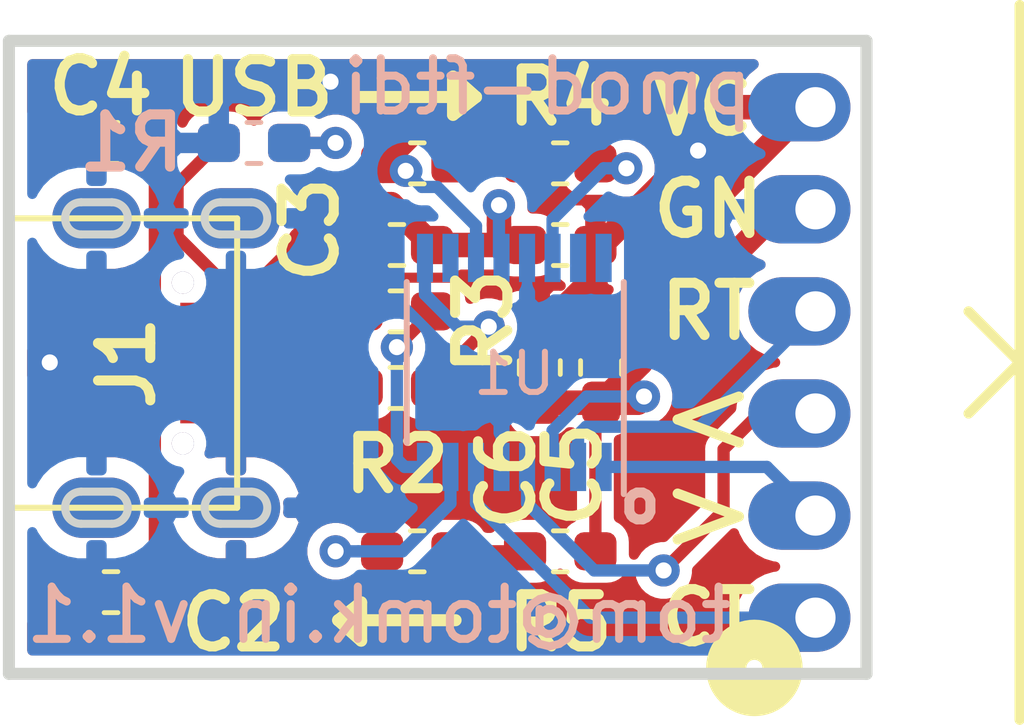
<source format=kicad_pcb>
(kicad_pcb (version 20171130) (host pcbnew 5.1.4+dfsg1-1)

  (general
    (thickness 1.6)
    (drawings 22)
    (tracks 135)
    (zones 0)
    (modules 17)
    (nets 20)
  )

  (page A4)
  (layers
    (0 F.Cu signal)
    (31 B.Cu signal)
    (32 B.Adhes user hide)
    (33 F.Adhes user hide)
    (34 B.Paste user)
    (35 F.Paste user)
    (36 B.SilkS user)
    (37 F.SilkS user)
    (38 B.Mask user)
    (39 F.Mask user)
    (40 Dwgs.User user hide)
    (41 Cmts.User user hide)
    (42 Eco1.User user hide)
    (43 Eco2.User user hide)
    (44 Edge.Cuts user)
    (45 Margin user hide)
    (46 B.CrtYd user hide)
    (47 F.CrtYd user hide)
    (48 B.Fab user hide)
    (49 F.Fab user hide)
  )

  (setup
    (last_trace_width 0.25)
    (user_trace_width 0.3048)
    (user_trace_width 0.6096)
    (trace_clearance 0.2)
    (zone_clearance 0.508)
    (zone_45_only no)
    (trace_min 0.2)
    (via_size 0.8)
    (via_drill 0.4)
    (via_min_size 0.4)
    (via_min_drill 0.3)
    (uvia_size 0.3)
    (uvia_drill 0.1)
    (uvias_allowed no)
    (uvia_min_size 0.2)
    (uvia_min_drill 0.1)
    (edge_width 0.05)
    (segment_width 0.2)
    (pcb_text_width 0.3)
    (pcb_text_size 1.5 1.5)
    (mod_edge_width 0.12)
    (mod_text_size 1 1)
    (mod_text_width 0.15)
    (pad_size 1.524 1.524)
    (pad_drill 0.762)
    (pad_to_mask_clearance 0.051)
    (solder_mask_min_width 0.25)
    (aux_axis_origin 96.012 77.724)
    (visible_elements FFFDFF7F)
    (pcbplotparams
      (layerselection 0x010fc_ffffffff)
      (usegerberextensions false)
      (usegerberattributes false)
      (usegerberadvancedattributes false)
      (creategerberjobfile false)
      (excludeedgelayer true)
      (linewidth 0.100000)
      (plotframeref false)
      (viasonmask false)
      (mode 1)
      (useauxorigin true)
      (hpglpennumber 1)
      (hpglpenspeed 20)
      (hpglpendiameter 15.000000)
      (psnegative false)
      (psa4output false)
      (plotreference true)
      (plotvalue true)
      (plotinvisibletext false)
      (padsonsilk false)
      (subtractmaskfromsilk false)
      (outputformat 1)
      (mirror false)
      (drillshape 0)
      (scaleselection 1)
      (outputdirectory "gerbers"))
  )

  (net 0 "")
  (net 1 GND)
  (net 2 VBUS)
  (net 3 /UD_N)
  (net 4 VCCIO)
  (net 5 /UD_P)
  (net 6 /D_P)
  (net 7 /D_N)
  (net 8 "Net-(U1-Pad16)")
  (net 9 "Net-(U1-Pad15)")
  (net 10 "Net-(U1-Pad10)")
  (net 11 /VBUSLED)
  (net 12 /TXLED)
  (net 13 /CBUS1)
  (net 14 /RXLED)
  (net 15 /CBUS2)
  (net 16 /RTS)
  (net 17 /RXD)
  (net 18 /TXD)
  (net 19 /CTS)

  (net_class Default "This is the default net class."
    (clearance 0.2)
    (trace_width 0.25)
    (via_dia 0.8)
    (via_drill 0.4)
    (uvia_dia 0.3)
    (uvia_drill 0.1)
    (add_net /CBUS1)
    (add_net /CBUS2)
    (add_net /CTS)
    (add_net /D_N)
    (add_net /D_P)
    (add_net /RTS)
    (add_net /RXD)
    (add_net /RXLED)
    (add_net /TXD)
    (add_net /TXLED)
    (add_net /UD_N)
    (add_net /UD_P)
    (add_net /VBUSLED)
    (add_net GND)
    (add_net "Net-(U1-Pad10)")
    (add_net "Net-(U1-Pad15)")
    (add_net "Net-(U1-Pad16)")
    (add_net VBUS)
    (add_net VCCIO)
  )

  (module tom-semiconductors:SSOP-16_3.9x4.9mm_P0.635mm (layer B.Cu) (tedit 5A02F25C) (tstamp 5DF38F1B)
    (at 108.585 85.725 90)
    (descr "SSOP16: plastic shrink small outline package; 16 leads; body width 3.9 mm; lead pitch 0.635; (see NXP SSOP-TSSOP-VSO-REFLOW.pdf and sot519-1_po.pdf)")
    (tags "SSOP 0.635")
    (path /5DF3794D)
    (attr smd)
    (fp_text reference U1 (at -0.2794 0 180) (layer B.SilkS)
      (effects (font (size 1 1) (thickness 0.15)) (justify mirror))
    )
    (fp_text value FT230XS-R (at 0 -3.5 90) (layer B.Fab)
      (effects (font (size 1 1) (thickness 0.15)) (justify mirror))
    )
    (fp_text user %R (at 0 0 90) (layer B.Fab)
      (effects (font (size 0.8 0.8) (thickness 0.15)) (justify mirror))
    )
    (fp_line (start -3.275 2.725) (end 2 2.725) (layer B.SilkS) (width 0.15))
    (fp_line (start -2 -2.675) (end 2 -2.675) (layer B.SilkS) (width 0.15))
    (fp_line (start -3.45 -2.8) (end 3.45 -2.8) (layer B.CrtYd) (width 0.05))
    (fp_line (start -3.45 2.85) (end 3.45 2.85) (layer B.CrtYd) (width 0.05))
    (fp_line (start 3.45 2.85) (end 3.45 -2.8) (layer B.CrtYd) (width 0.05))
    (fp_line (start -3.45 2.85) (end -3.45 -2.8) (layer B.CrtYd) (width 0.05))
    (fp_line (start -1.95 1.45) (end -0.95 2.45) (layer B.Fab) (width 0.15))
    (fp_line (start -1.95 -2.45) (end -1.95 1.45) (layer B.Fab) (width 0.15))
    (fp_line (start 1.95 -2.45) (end -1.95 -2.45) (layer B.Fab) (width 0.15))
    (fp_line (start 1.95 2.45) (end 1.95 -2.45) (layer B.Fab) (width 0.15))
    (fp_line (start -0.95 2.45) (end 1.95 2.45) (layer B.Fab) (width 0.15))
    (pad 16 smd rect (at 2.6 2.2225 90) (size 1.2 0.4) (layers B.Cu B.Paste B.Mask)
      (net 8 "Net-(U1-Pad16)"))
    (pad 15 smd rect (at 2.6 1.5875 90) (size 1.2 0.4) (layers B.Cu B.Paste B.Mask)
      (net 9 "Net-(U1-Pad15)"))
    (pad 14 smd rect (at 2.6 0.9525 90) (size 1.2 0.4) (layers B.Cu B.Paste B.Mask)
      (net 13 /CBUS1))
    (pad 13 smd rect (at 2.6 0.3175 90) (size 1.2 0.4) (layers B.Cu B.Paste B.Mask)
      (net 1 GND))
    (pad 12 smd rect (at 2.6 -0.3175 90) (size 1.2 0.4) (layers B.Cu B.Paste B.Mask)
      (net 2 VBUS))
    (pad 11 smd rect (at 2.6 -0.9525 90) (size 1.2 0.4) (layers B.Cu B.Paste B.Mask)
      (net 4 VCCIO))
    (pad 10 smd rect (at 2.6 -1.5875 90) (size 1.2 0.4) (layers B.Cu B.Paste B.Mask)
      (net 10 "Net-(U1-Pad10)"))
    (pad 9 smd rect (at 2.6 -2.2225 90) (size 1.2 0.4) (layers B.Cu B.Paste B.Mask)
      (net 6 /D_P))
    (pad 8 smd rect (at -2.6 -2.2225 90) (size 1.2 0.4) (layers B.Cu B.Paste B.Mask)
      (net 7 /D_N))
    (pad 7 smd rect (at -2.6 -1.5875 90) (size 1.2 0.4) (layers B.Cu B.Paste B.Mask)
      (net 15 /CBUS2))
    (pad 6 smd rect (at -2.6 -0.9525 90) (size 1.2 0.4) (layers B.Cu B.Paste B.Mask)
      (net 19 /CTS))
    (pad 5 smd rect (at -2.6 -0.3175 90) (size 1.2 0.4) (layers B.Cu B.Paste B.Mask)
      (net 1 GND))
    (pad 4 smd rect (at -2.6 0.3175 90) (size 1.2 0.4) (layers B.Cu B.Paste B.Mask)
      (net 17 /RXD))
    (pad 3 smd rect (at -2.6 0.9525 90) (size 1.2 0.4) (layers B.Cu B.Paste B.Mask)
      (net 4 VCCIO))
    (pad 2 smd rect (at -2.6 1.5875 90) (size 1.2 0.4) (layers B.Cu B.Paste B.Mask)
      (net 16 /RTS))
    (pad 1 smd rect (at -2.6 2.2225 90) (size 1.2 0.4) (layers B.Cu B.Paste B.Mask)
      (net 18 /TXD))
    (model ${KISYS3DMOD}/Package_SO.3dshapes/SSOP-16_3.9x4.9mm_P0.635mm.wrl
      (at (xyz 0 0 0))
      (scale (xyz 1 1 1))
      (rotate (xyz 0 0 0))
    )
  )

  (module tom-passives:R_0603_1608Metric_Pad1.05x0.95mm_HandSolder (layer F.Cu) (tedit 5B301BBD) (tstamp 5DF390A7)
    (at 109.728 90.424)
    (descr "Resistor SMD 0603 (1608 Metric), square (rectangular) end terminal, IPC_7351 nominal with elongated pad for handsoldering. (Body size source: http://www.tortai-tech.com/upload/download/2011102023233369053.pdf), generated with kicad-footprint-generator")
    (tags "resistor handsolder")
    (path /5DF5B340)
    (attr smd)
    (fp_text reference R5 (at 0 1.778) (layer F.SilkS)
      (effects (font (size 1.3 1.3) (thickness 0.25)))
    )
    (fp_text value 1k (at 0 1.43) (layer F.Fab)
      (effects (font (size 1 1) (thickness 0.15)))
    )
    (fp_text user %R (at 0 0) (layer F.Fab)
      (effects (font (size 1.3 1.3) (thickness 0.25)))
    )
    (fp_line (start 1.65 0.73) (end -1.65 0.73) (layer F.CrtYd) (width 0.05))
    (fp_line (start 1.65 -0.73) (end 1.65 0.73) (layer F.CrtYd) (width 0.05))
    (fp_line (start -1.65 -0.73) (end 1.65 -0.73) (layer F.CrtYd) (width 0.05))
    (fp_line (start -1.65 0.73) (end -1.65 -0.73) (layer F.CrtYd) (width 0.05))
    (fp_line (start -0.171267 0.51) (end 0.171267 0.51) (layer F.SilkS) (width 0.12))
    (fp_line (start -0.171267 -0.51) (end 0.171267 -0.51) (layer F.SilkS) (width 0.12))
    (fp_line (start 0.8 0.4) (end -0.8 0.4) (layer F.Fab) (width 0.1))
    (fp_line (start 0.8 -0.4) (end 0.8 0.4) (layer F.Fab) (width 0.1))
    (fp_line (start -0.8 -0.4) (end 0.8 -0.4) (layer F.Fab) (width 0.1))
    (fp_line (start -0.8 0.4) (end -0.8 -0.4) (layer F.Fab) (width 0.1))
    (pad 2 smd roundrect (at 0.875 0) (size 1.05 0.95) (layers F.Cu F.Paste F.Mask) (roundrect_rratio 0.25)
      (net 4 VCCIO))
    (pad 1 smd roundrect (at -0.875 0) (size 1.05 0.95) (layers F.Cu F.Paste F.Mask) (roundrect_rratio 0.25)
      (net 14 /RXLED))
    (model ${KISYS3DMOD}/Resistor_SMD.3dshapes/R_0603_1608Metric.wrl
      (at (xyz 0 0 0))
      (scale (xyz 1 1 1))
      (rotate (xyz 0 0 0))
    )
  )

  (module tom-passives:R_0603_1608Metric_Pad1.05x0.95mm_HandSolder (layer F.Cu) (tedit 5B301BBD) (tstamp 5DF3C715)
    (at 109.728 80.772 180)
    (descr "Resistor SMD 0603 (1608 Metric), square (rectangular) end terminal, IPC_7351 nominal with elongated pad for handsoldering. (Body size source: http://www.tortai-tech.com/upload/download/2011102023233369053.pdf), generated with kicad-footprint-generator")
    (tags "resistor handsolder")
    (path /5DF599E7)
    (attr smd)
    (fp_text reference R4 (at 0 1.651) (layer F.SilkS)
      (effects (font (size 1.3 1.3) (thickness 0.25)))
    )
    (fp_text value 1k (at 0 1.43) (layer F.Fab)
      (effects (font (size 1 1) (thickness 0.15)))
    )
    (fp_text user %R (at 0 0 270) (layer F.Fab)
      (effects (font (size 1.3 1.3) (thickness 0.25)))
    )
    (fp_line (start 1.65 0.73) (end -1.65 0.73) (layer F.CrtYd) (width 0.05))
    (fp_line (start 1.65 -0.73) (end 1.65 0.73) (layer F.CrtYd) (width 0.05))
    (fp_line (start -1.65 -0.73) (end 1.65 -0.73) (layer F.CrtYd) (width 0.05))
    (fp_line (start -1.65 0.73) (end -1.65 -0.73) (layer F.CrtYd) (width 0.05))
    (fp_line (start -0.171267 0.51) (end 0.171267 0.51) (layer F.SilkS) (width 0.12))
    (fp_line (start -0.171267 -0.51) (end 0.171267 -0.51) (layer F.SilkS) (width 0.12))
    (fp_line (start 0.8 0.4) (end -0.8 0.4) (layer F.Fab) (width 0.1))
    (fp_line (start 0.8 -0.4) (end 0.8 0.4) (layer F.Fab) (width 0.1))
    (fp_line (start -0.8 -0.4) (end 0.8 -0.4) (layer F.Fab) (width 0.1))
    (fp_line (start -0.8 0.4) (end -0.8 -0.4) (layer F.Fab) (width 0.1))
    (pad 2 smd roundrect (at 0.875 0 180) (size 1.05 0.95) (layers F.Cu F.Paste F.Mask) (roundrect_rratio 0.25)
      (net 12 /TXLED))
    (pad 1 smd roundrect (at -0.875 0 180) (size 1.05 0.95) (layers F.Cu F.Paste F.Mask) (roundrect_rratio 0.25)
      (net 13 /CBUS1))
    (model ${KISYS3DMOD}/Resistor_SMD.3dshapes/R_0603_1608Metric.wrl
      (at (xyz 0 0 0))
      (scale (xyz 1 1 1))
      (rotate (xyz 0 0 0))
    )
  )

  (module tom-passives:R_0603_1608Metric_Pad1.05x0.95mm_HandSolder (layer F.Cu) (tedit 5B301BBD) (tstamp 5DF3C363)
    (at 105.664 84.455)
    (descr "Resistor SMD 0603 (1608 Metric), square (rectangular) end terminal, IPC_7351 nominal with elongated pad for handsoldering. (Body size source: http://www.tortai-tech.com/upload/download/2011102023233369053.pdf), generated with kicad-footprint-generator")
    (tags "resistor handsolder")
    (path /5DF3E1C6)
    (attr smd)
    (fp_text reference R3 (at 2.159 0.254 90) (layer F.SilkS)
      (effects (font (size 1.3 1.3) (thickness 0.25)))
    )
    (fp_text value 27R (at 0 1.43) (layer F.Fab)
      (effects (font (size 1 1) (thickness 0.15)))
    )
    (fp_text user %R (at 0 0) (layer F.Fab)
      (effects (font (size 1.3 1.3) (thickness 0.25)))
    )
    (fp_line (start 1.65 0.73) (end -1.65 0.73) (layer F.CrtYd) (width 0.05))
    (fp_line (start 1.65 -0.73) (end 1.65 0.73) (layer F.CrtYd) (width 0.05))
    (fp_line (start -1.65 -0.73) (end 1.65 -0.73) (layer F.CrtYd) (width 0.05))
    (fp_line (start -1.65 0.73) (end -1.65 -0.73) (layer F.CrtYd) (width 0.05))
    (fp_line (start -0.171267 0.51) (end 0.171267 0.51) (layer F.SilkS) (width 0.12))
    (fp_line (start -0.171267 -0.51) (end 0.171267 -0.51) (layer F.SilkS) (width 0.12))
    (fp_line (start 0.8 0.4) (end -0.8 0.4) (layer F.Fab) (width 0.1))
    (fp_line (start 0.8 -0.4) (end 0.8 0.4) (layer F.Fab) (width 0.1))
    (fp_line (start -0.8 -0.4) (end 0.8 -0.4) (layer F.Fab) (width 0.1))
    (fp_line (start -0.8 0.4) (end -0.8 -0.4) (layer F.Fab) (width 0.1))
    (pad 2 smd roundrect (at 0.875 0) (size 1.05 0.95) (layers F.Cu F.Paste F.Mask) (roundrect_rratio 0.25)
      (net 7 /D_N))
    (pad 1 smd roundrect (at -0.875 0) (size 1.05 0.95) (layers F.Cu F.Paste F.Mask) (roundrect_rratio 0.25)
      (net 3 /UD_N))
    (model ${KISYS3DMOD}/Resistor_SMD.3dshapes/R_0603_1608Metric.wrl
      (at (xyz 0 0 0))
      (scale (xyz 1 1 1))
      (rotate (xyz 0 0 0))
    )
  )

  (module tom-passives:R_0603_1608Metric_Pad1.05x0.95mm_HandSolder (layer F.Cu) (tedit 5B301BBD) (tstamp 5DF39077)
    (at 105.664 86.36 180)
    (descr "Resistor SMD 0603 (1608 Metric), square (rectangular) end terminal, IPC_7351 nominal with elongated pad for handsoldering. (Body size source: http://www.tortai-tech.com/upload/download/2011102023233369053.pdf), generated with kicad-footprint-generator")
    (tags "resistor handsolder")
    (path /5DF3D733)
    (attr smd)
    (fp_text reference R2 (at 0 -1.905) (layer F.SilkS)
      (effects (font (size 1.3 1.3) (thickness 0.25)))
    )
    (fp_text value 27R (at 0 1.43) (layer F.Fab)
      (effects (font (size 1 1) (thickness 0.15)))
    )
    (fp_text user %R (at 0 0) (layer F.Fab)
      (effects (font (size 1.3 1.3) (thickness 0.25)))
    )
    (fp_line (start 1.65 0.73) (end -1.65 0.73) (layer F.CrtYd) (width 0.05))
    (fp_line (start 1.65 -0.73) (end 1.65 0.73) (layer F.CrtYd) (width 0.05))
    (fp_line (start -1.65 -0.73) (end 1.65 -0.73) (layer F.CrtYd) (width 0.05))
    (fp_line (start -1.65 0.73) (end -1.65 -0.73) (layer F.CrtYd) (width 0.05))
    (fp_line (start -0.171267 0.51) (end 0.171267 0.51) (layer F.SilkS) (width 0.12))
    (fp_line (start -0.171267 -0.51) (end 0.171267 -0.51) (layer F.SilkS) (width 0.12))
    (fp_line (start 0.8 0.4) (end -0.8 0.4) (layer F.Fab) (width 0.1))
    (fp_line (start 0.8 -0.4) (end 0.8 0.4) (layer F.Fab) (width 0.1))
    (fp_line (start -0.8 -0.4) (end 0.8 -0.4) (layer F.Fab) (width 0.1))
    (fp_line (start -0.8 0.4) (end -0.8 -0.4) (layer F.Fab) (width 0.1))
    (pad 2 smd roundrect (at 0.875 0 180) (size 1.05 0.95) (layers F.Cu F.Paste F.Mask) (roundrect_rratio 0.25)
      (net 5 /UD_P))
    (pad 1 smd roundrect (at -0.875 0 180) (size 1.05 0.95) (layers F.Cu F.Paste F.Mask) (roundrect_rratio 0.25)
      (net 6 /D_P))
    (model ${KISYS3DMOD}/Resistor_SMD.3dshapes/R_0603_1608Metric.wrl
      (at (xyz 0 0 0))
      (scale (xyz 1 1 1))
      (rotate (xyz 0 0 0))
    )
  )

  (module tom-passives:R_0603_1608Metric_Pad1.05x0.95mm_HandSolder (layer B.Cu) (tedit 5B301BBD) (tstamp 5DF39AF8)
    (at 102.108 80.264)
    (descr "Resistor SMD 0603 (1608 Metric), square (rectangular) end terminal, IPC_7351 nominal with elongated pad for handsoldering. (Body size source: http://www.tortai-tech.com/upload/download/2011102023233369053.pdf), generated with kicad-footprint-generator")
    (tags "resistor handsolder")
    (path /5DF780E4)
    (attr smd)
    (fp_text reference R1 (at -3.048 0) (layer B.SilkS)
      (effects (font (size 1.3 1.3) (thickness 0.25)) (justify mirror))
    )
    (fp_text value 1k (at 0 -1.43) (layer B.Fab)
      (effects (font (size 1 1) (thickness 0.15)) (justify mirror))
    )
    (fp_text user %R (at 0 0) (layer B.Fab)
      (effects (font (size 1.3 1.3) (thickness 0.25)) (justify mirror))
    )
    (fp_line (start 1.65 -0.73) (end -1.65 -0.73) (layer B.CrtYd) (width 0.05))
    (fp_line (start 1.65 0.73) (end 1.65 -0.73) (layer B.CrtYd) (width 0.05))
    (fp_line (start -1.65 0.73) (end 1.65 0.73) (layer B.CrtYd) (width 0.05))
    (fp_line (start -1.65 -0.73) (end -1.65 0.73) (layer B.CrtYd) (width 0.05))
    (fp_line (start -0.171267 -0.51) (end 0.171267 -0.51) (layer B.SilkS) (width 0.12))
    (fp_line (start -0.171267 0.51) (end 0.171267 0.51) (layer B.SilkS) (width 0.12))
    (fp_line (start 0.8 -0.4) (end -0.8 -0.4) (layer B.Fab) (width 0.1))
    (fp_line (start 0.8 0.4) (end 0.8 -0.4) (layer B.Fab) (width 0.1))
    (fp_line (start -0.8 0.4) (end 0.8 0.4) (layer B.Fab) (width 0.1))
    (fp_line (start -0.8 -0.4) (end -0.8 0.4) (layer B.Fab) (width 0.1))
    (pad 2 smd roundrect (at 0.875 0) (size 1.05 0.95) (layers B.Cu B.Paste B.Mask) (roundrect_rratio 0.25)
      (net 11 /VBUSLED))
    (pad 1 smd roundrect (at -0.875 0) (size 1.05 0.95) (layers B.Cu B.Paste B.Mask) (roundrect_rratio 0.25)
      (net 1 GND))
    (model ${KISYS3DMOD}/Resistor_SMD.3dshapes/R_0603_1608Metric.wrl
      (at (xyz 0 0 0))
      (scale (xyz 1 1 1))
      (rotate (xyz 0 0 0))
    )
  )

  (module tom-connectors:PMOD_1X6_PTH_RA_PLUG (layer F.Cu) (tedit 5D668F7F) (tstamp 5DF3B979)
    (at 114.808 85.725 90)
    (path /5DF39F90)
    (attr smd)
    (fp_text reference J2 (at 0 3 90) (layer F.SilkS) hide
      (effects (font (size 1.3 1.3) (thickness 0.25)))
    )
    (fp_text value PMOD-1x6-MALE (at -0.25 4.5 90) (layer F.SilkS) hide
      (effects (font (size 1 1) (thickness 0.15)))
    )
    (fp_line (start 8.89 6.35) (end 0 6.35) (layer F.SilkS) (width 0.254))
    (fp_line (start 0 6.35) (end -8.89 6.35) (layer F.SilkS) (width 0.254))
    (fp_line (start 1.27 5.08) (end 0 6.35) (layer F.SilkS) (width 0.254))
    (fp_line (start 0 6.35) (end -1.27 5.08) (layer F.SilkS) (width 0.254))
    (fp_circle (center -7.6 -0.25) (end -7.4 -0.25) (layer F.SilkS) (width 1))
    (pad 6 thru_hole oval (at 6.35 1.27) (size 2.54 1.7) (drill 1 (offset -0.4 0)) (layers *.Cu *.Mask)
      (net 4 VCCIO))
    (pad 5 thru_hole oval (at 3.81 1.27) (size 2.54 1.7) (drill 1 (offset -0.4 0)) (layers *.Cu *.Mask)
      (net 1 GND))
    (pad 4 thru_hole oval (at 1.27 1.27) (size 2.54 1.7) (drill 1 (offset -0.4 0)) (layers *.Cu *.Mask)
      (net 16 /RTS))
    (pad 3 thru_hole oval (at -1.27 1.27) (size 2.54 1.7) (drill 1 (offset -0.4 0)) (layers *.Cu *.Mask)
      (net 17 /RXD))
    (pad 2 thru_hole oval (at -3.81 1.27) (size 2.54 1.7) (drill 1 (offset -0.4 0)) (layers *.Cu *.Mask)
      (net 18 /TXD))
    (pad 1 thru_hole oval (at -6.35 1.27) (size 2.54 1.7) (drill 1 (offset -0.4 0)) (layers *.Cu *.Mask)
      (net 19 /CTS))
  )

  (module tom-connectors:USB_MICRO_TAOBAO_SMD_PTH (layer F.Cu) (tedit 5C0D328A) (tstamp 5DF39320)
    (at 96.04 85.74 270)
    (path /5DF38206)
    (fp_text reference J1 (at 0 -2.9 90) (layer F.SilkS)
      (effects (font (size 1.3 1.3) (thickness 0.25)))
    )
    (fp_text value USB_B_Micro (at 0 0.9 90) (layer F.SilkS) hide
      (effects (font (size 1 1) (thickness 0.15)))
    )
    (fp_line (start 4 -2.53) (end 4 -1.77) (layer Edge.Cuts) (width 0.2))
    (fp_arc (start 3.6 -6) (end 4 -6) (angle -180) (layer Edge.Cuts) (width 0.2))
    (fp_line (start 4 -6) (end 4 -5.24) (layer Edge.Cuts) (width 0.2))
    (fp_line (start 3.2 -6) (end 3.2 -5.24) (layer Edge.Cuts) (width 0.2))
    (fp_arc (start 3.6 -5.24) (end 4 -5.24) (angle 180) (layer Edge.Cuts) (width 0.2))
    (fp_arc (start 3.6 -2.53) (end 4 -2.53) (angle -180) (layer Edge.Cuts) (width 0.2))
    (fp_arc (start 3.6 -1.77) (end 4 -1.77) (angle 180) (layer Edge.Cuts) (width 0.2))
    (fp_line (start 3.2 -2.53) (end 3.2 -1.77) (layer Edge.Cuts) (width 0.2))
    (fp_arc (start -3.6 -2.53) (end -3.2 -2.53) (angle -180) (layer Edge.Cuts) (width 0.2))
    (fp_line (start -3.2 -2.53) (end -3.2 -1.77) (layer Edge.Cuts) (width 0.2))
    (fp_line (start -4 -2.53) (end -4 -1.77) (layer Edge.Cuts) (width 0.2))
    (fp_arc (start -3.6 -1.77) (end -3.2 -1.77) (angle 180) (layer Edge.Cuts) (width 0.2))
    (fp_line (start -4 -6) (end -4 -5.24) (layer Edge.Cuts) (width 0.2))
    (fp_line (start -3.2 -6) (end -3.2 -5.24) (layer Edge.Cuts) (width 0.2))
    (fp_arc (start -3.6 -5.24) (end -3.2 -5.24) (angle 180) (layer Edge.Cuts) (width 0.2))
    (fp_arc (start -3.6 -6) (end -3.2 -6) (angle -180) (layer Edge.Cuts) (width 0.2))
    (fp_line (start -3.6 0) (end 3.6 0) (layer F.SilkS) (width 0.15))
    (fp_line (start -3.6 0) (end -3.6 -5.65) (layer F.SilkS) (width 0.15))
    (fp_line (start -3.6 -5.65) (end 3.6 -5.65) (layer F.SilkS) (width 0.15))
    (fp_line (start 3.6 -5.65) (end 3.6 0) (layer F.SilkS) (width 0.15))
    (pad 6 smd rect (at -1.5 -1 270) (size 1.1 1.1) (layers F.Cu F.Paste F.Mask)
      (net 1 GND))
    (pad 6 smd rect (at 1.5 -1 270) (size 1.1 1.1) (layers F.Cu F.Paste F.Mask)
      (net 1 GND))
    (pad 3 smd rect (at 0 -5.56 270) (size 0.4 2.65) (layers F.Cu F.Paste F.Mask)
      (net 5 /UD_P))
    (pad LOCATE thru_hole circle (at -2 -4.3 270) (size 0.55 0.55) (drill 0.55) (layers *.Cu *.Mask))
    (pad LOCATE thru_hole circle (at 2 -4.3 270) (size 0.55 0.55) (drill 0.55) (layers *.Cu *.Mask))
    (pad 2 smd rect (at -0.65 -5.56 270) (size 0.4 2.65) (layers F.Cu F.Paste F.Mask)
      (net 3 /UD_N))
    (pad 1 smd rect (at -1.3 -5.56 270) (size 0.4 2.65) (layers F.Cu F.Paste F.Mask)
      (net 2 VBUS))
    (pad 4 smd rect (at 0.65 -5.56 270) (size 0.4 2.65) (layers F.Cu F.Paste F.Mask)
      (net 1 GND))
    (pad 5 smd rect (at 1.3 -5.56 270) (size 0.4 2.65) (layers F.Cu F.Paste F.Mask)
      (net 1 GND))
    (pad 6 smd oval (at -3.6 -2.15 270) (size 1.5 2.2) (layers F.Cu F.Mask)
      (net 1 GND))
    (pad 6 smd oval (at 3.6 -2.15 270) (size 1.5 2.2) (layers F.Cu F.Mask)
      (net 1 GND))
    (pad 6 smd oval (at 3.6 -5.62 270) (size 1.5 2.2) (layers F.Cu F.Mask)
      (net 1 GND))
    (pad 6 smd oval (at -3.6 -5.62 270) (size 1.5 2.2) (layers F.Cu F.Mask)
      (net 1 GND))
    (pad 6 smd oval (at -3.6 -5.62 270) (size 1.5 2.2) (layers B.Cu B.Mask)
      (net 1 GND))
    (pad 6 smd oval (at -3.6 -2.15 270) (size 1.5 2.2) (layers B.Cu B.Mask)
      (net 1 GND))
    (pad 6 smd oval (at 3.6 -5.62 270) (size 1.5 2.2) (layers B.Cu B.Mask)
      (net 1 GND))
    (pad 6 smd oval (at 3.6 -2.15 270) (size 1.5 2.2) (layers B.Cu B.Mask)
      (net 1 GND))
  )

  (module tom-passives:R_0603_1608Metric_Pad1.05x0.95mm_HandSolder (layer F.Cu) (tedit 5B301BBD) (tstamp 5DF39A86)
    (at 106.172 90.424)
    (descr "Resistor SMD 0603 (1608 Metric), square (rectangular) end terminal, IPC_7351 nominal with elongated pad for handsoldering. (Body size source: http://www.tortai-tech.com/upload/download/2011102023233369053.pdf), generated with kicad-footprint-generator")
    (tags "resistor handsolder")
    (path /5DF5B336)
    (attr smd)
    (fp_text reference D3 (at 0 1.778) (layer F.SilkS) hide
      (effects (font (size 1.3 1.3) (thickness 0.25)))
    )
    (fp_text value RX (at 0 1.43) (layer F.Fab)
      (effects (font (size 1 1) (thickness 0.15)))
    )
    (fp_text user %R (at 0 0) (layer F.Fab)
      (effects (font (size 1.3 1.3) (thickness 0.25)))
    )
    (fp_line (start 1.65 0.73) (end -1.65 0.73) (layer F.CrtYd) (width 0.05))
    (fp_line (start 1.65 -0.73) (end 1.65 0.73) (layer F.CrtYd) (width 0.05))
    (fp_line (start -1.65 -0.73) (end 1.65 -0.73) (layer F.CrtYd) (width 0.05))
    (fp_line (start -1.65 0.73) (end -1.65 -0.73) (layer F.CrtYd) (width 0.05))
    (fp_line (start -0.171267 0.51) (end 0.171267 0.51) (layer F.SilkS) (width 0.12))
    (fp_line (start -0.171267 -0.51) (end 0.171267 -0.51) (layer F.SilkS) (width 0.12))
    (fp_line (start 0.8 0.4) (end -0.8 0.4) (layer F.Fab) (width 0.1))
    (fp_line (start 0.8 -0.4) (end 0.8 0.4) (layer F.Fab) (width 0.1))
    (fp_line (start -0.8 -0.4) (end 0.8 -0.4) (layer F.Fab) (width 0.1))
    (fp_line (start -0.8 0.4) (end -0.8 -0.4) (layer F.Fab) (width 0.1))
    (pad 2 smd roundrect (at 0.875 0) (size 1.05 0.95) (layers F.Cu F.Paste F.Mask) (roundrect_rratio 0.25)
      (net 14 /RXLED))
    (pad 1 smd roundrect (at -0.875 0) (size 1.05 0.95) (layers F.Cu F.Paste F.Mask) (roundrect_rratio 0.25)
      (net 15 /CBUS2))
    (model ${KISYS3DMOD}/Resistor_SMD.3dshapes/R_0603_1608Metric.wrl
      (at (xyz 0 0 0))
      (scale (xyz 1 1 1))
      (rotate (xyz 0 0 0))
    )
  )

  (module tom-passives:R_0603_1608Metric_Pad1.05x0.95mm_HandSolder (layer F.Cu) (tedit 5B301BBD) (tstamp 5DF39B9A)
    (at 106.172 80.772 180)
    (descr "Resistor SMD 0603 (1608 Metric), square (rectangular) end terminal, IPC_7351 nominal with elongated pad for handsoldering. (Body size source: http://www.tortai-tech.com/upload/download/2011102023233369053.pdf), generated with kicad-footprint-generator")
    (tags "resistor handsolder")
    (path /5DF58BC3)
    (attr smd)
    (fp_text reference D2 (at 0 1.651) (layer F.SilkS) hide
      (effects (font (size 1.3 1.3) (thickness 0.25)))
    )
    (fp_text value TX (at 0 1.43) (layer F.Fab)
      (effects (font (size 1 1) (thickness 0.15)))
    )
    (fp_text user %R (at 0 0) (layer F.Fab)
      (effects (font (size 1.3 1.3) (thickness 0.25)))
    )
    (fp_line (start 1.65 0.73) (end -1.65 0.73) (layer F.CrtYd) (width 0.05))
    (fp_line (start 1.65 -0.73) (end 1.65 0.73) (layer F.CrtYd) (width 0.05))
    (fp_line (start -1.65 -0.73) (end 1.65 -0.73) (layer F.CrtYd) (width 0.05))
    (fp_line (start -1.65 0.73) (end -1.65 -0.73) (layer F.CrtYd) (width 0.05))
    (fp_line (start -0.171267 0.51) (end 0.171267 0.51) (layer F.SilkS) (width 0.12))
    (fp_line (start -0.171267 -0.51) (end 0.171267 -0.51) (layer F.SilkS) (width 0.12))
    (fp_line (start 0.8 0.4) (end -0.8 0.4) (layer F.Fab) (width 0.1))
    (fp_line (start 0.8 -0.4) (end 0.8 0.4) (layer F.Fab) (width 0.1))
    (fp_line (start -0.8 -0.4) (end 0.8 -0.4) (layer F.Fab) (width 0.1))
    (fp_line (start -0.8 0.4) (end -0.8 -0.4) (layer F.Fab) (width 0.1))
    (pad 2 smd roundrect (at 0.875 0 180) (size 1.05 0.95) (layers F.Cu F.Paste F.Mask) (roundrect_rratio 0.25)
      (net 4 VCCIO))
    (pad 1 smd roundrect (at -0.875 0 180) (size 1.05 0.95) (layers F.Cu F.Paste F.Mask) (roundrect_rratio 0.25)
      (net 12 /TXLED))
    (model ${KISYS3DMOD}/Resistor_SMD.3dshapes/R_0603_1608Metric.wrl
      (at (xyz 0 0 0))
      (scale (xyz 1 1 1))
      (rotate (xyz 0 0 0))
    )
  )

  (module tom-passives:R_0603_1608Metric_Pad1.05x0.95mm_HandSolder (layer F.Cu) (tedit 5B301BBD) (tstamp 5DF39287)
    (at 102.108 80.264 180)
    (descr "Resistor SMD 0603 (1608 Metric), square (rectangular) end terminal, IPC_7351 nominal with elongated pad for handsoldering. (Body size source: http://www.tortai-tech.com/upload/download/2011102023233369053.pdf), generated with kicad-footprint-generator")
    (tags "resistor handsolder")
    (path /5DF71177)
    (attr smd)
    (fp_text reference D1 (at 0 1.397) (layer F.SilkS) hide
      (effects (font (size 1.3 1.3) (thickness 0.25)))
    )
    (fp_text value VBUS (at 0 1.43) (layer F.Fab)
      (effects (font (size 1 1) (thickness 0.15)))
    )
    (fp_text user %R (at 0 0) (layer F.Fab)
      (effects (font (size 1.3 1.3) (thickness 0.25)))
    )
    (fp_line (start 1.65 0.73) (end -1.65 0.73) (layer F.CrtYd) (width 0.05))
    (fp_line (start 1.65 -0.73) (end 1.65 0.73) (layer F.CrtYd) (width 0.05))
    (fp_line (start -1.65 -0.73) (end 1.65 -0.73) (layer F.CrtYd) (width 0.05))
    (fp_line (start -1.65 0.73) (end -1.65 -0.73) (layer F.CrtYd) (width 0.05))
    (fp_line (start -0.171267 0.51) (end 0.171267 0.51) (layer F.SilkS) (width 0.12))
    (fp_line (start -0.171267 -0.51) (end 0.171267 -0.51) (layer F.SilkS) (width 0.12))
    (fp_line (start 0.8 0.4) (end -0.8 0.4) (layer F.Fab) (width 0.1))
    (fp_line (start 0.8 -0.4) (end 0.8 0.4) (layer F.Fab) (width 0.1))
    (fp_line (start -0.8 -0.4) (end 0.8 -0.4) (layer F.Fab) (width 0.1))
    (fp_line (start -0.8 0.4) (end -0.8 -0.4) (layer F.Fab) (width 0.1))
    (pad 2 smd roundrect (at 0.875 0 180) (size 1.05 0.95) (layers F.Cu F.Paste F.Mask) (roundrect_rratio 0.25)
      (net 2 VBUS))
    (pad 1 smd roundrect (at -0.875 0 180) (size 1.05 0.95) (layers F.Cu F.Paste F.Mask) (roundrect_rratio 0.25)
      (net 11 /VBUSLED))
    (model ${KISYS3DMOD}/Resistor_SMD.3dshapes/R_0603_1608Metric.wrl
      (at (xyz 0 0 0))
      (scale (xyz 1 1 1))
      (rotate (xyz 0 0 0))
    )
  )

  (module tom-passives:C_0603_1608Metric_Pad1.05x0.95mm_HandSolder (layer F.Cu) (tedit 5B301BBE) (tstamp 5DF39C9F)
    (at 109.22 85.852 90)
    (descr "Capacitor SMD 0603 (1608 Metric), square (rectangular) end terminal, IPC_7351 nominal with elongated pad for handsoldering. (Body size source: http://www.tortai-tech.com/upload/download/2011102023233369053.pdf), generated with kicad-footprint-generator")
    (tags "capacitor handsolder")
    (path /5DF4B914)
    (attr smd)
    (fp_text reference C6 (at -2.7305 -0.8255 270) (layer F.SilkS)
      (effects (font (size 1.3 1.3) (thickness 0.25)))
    )
    (fp_text value 0.1uF (at 0 1.43 90) (layer F.Fab)
      (effects (font (size 1 1) (thickness 0.15)))
    )
    (fp_text user %R (at 0 0 90) (layer F.Fab)
      (effects (font (size 1.3 1.3) (thickness 0.25)))
    )
    (fp_line (start 1.65 0.73) (end -1.65 0.73) (layer F.CrtYd) (width 0.05))
    (fp_line (start 1.65 -0.73) (end 1.65 0.73) (layer F.CrtYd) (width 0.05))
    (fp_line (start -1.65 -0.73) (end 1.65 -0.73) (layer F.CrtYd) (width 0.05))
    (fp_line (start -1.65 0.73) (end -1.65 -0.73) (layer F.CrtYd) (width 0.05))
    (fp_line (start -0.171267 0.51) (end 0.171267 0.51) (layer F.SilkS) (width 0.12))
    (fp_line (start -0.171267 -0.51) (end 0.171267 -0.51) (layer F.SilkS) (width 0.12))
    (fp_line (start 0.8 0.4) (end -0.8 0.4) (layer F.Fab) (width 0.1))
    (fp_line (start 0.8 -0.4) (end 0.8 0.4) (layer F.Fab) (width 0.1))
    (fp_line (start -0.8 -0.4) (end 0.8 -0.4) (layer F.Fab) (width 0.1))
    (fp_line (start -0.8 0.4) (end -0.8 -0.4) (layer F.Fab) (width 0.1))
    (pad 2 smd roundrect (at 0.875 0 90) (size 1.05 0.95) (layers F.Cu F.Paste F.Mask) (roundrect_rratio 0.25)
      (net 1 GND))
    (pad 1 smd roundrect (at -0.875 0 90) (size 1.05 0.95) (layers F.Cu F.Paste F.Mask) (roundrect_rratio 0.25)
      (net 4 VCCIO))
    (model ${KISYS3DMOD}/Capacitor_SMD.3dshapes/C_0603_1608Metric.wrl
      (at (xyz 0 0 0))
      (scale (xyz 1 1 1))
      (rotate (xyz 0 0 0))
    )
  )

  (module tom-passives:C_0603_1608Metric_Pad1.05x0.95mm_HandSolder (layer F.Cu) (tedit 5B301BBE) (tstamp 5DF39227)
    (at 110.744 85.852 90)
    (descr "Capacitor SMD 0603 (1608 Metric), square (rectangular) end terminal, IPC_7351 nominal with elongated pad for handsoldering. (Body size source: http://www.tortai-tech.com/upload/download/2011102023233369053.pdf), generated with kicad-footprint-generator")
    (tags "capacitor handsolder")
    (path /5DF4B074)
    (attr smd)
    (fp_text reference C5 (at -2.667 -0.6985 90) (layer F.SilkS)
      (effects (font (size 1.3 1.3) (thickness 0.25)))
    )
    (fp_text value 4.7uF (at 0 1.43 90) (layer F.Fab)
      (effects (font (size 1 1) (thickness 0.15)))
    )
    (fp_text user %R (at 0 0 90) (layer F.Fab)
      (effects (font (size 1.3 1.3) (thickness 0.25)))
    )
    (fp_line (start 1.65 0.73) (end -1.65 0.73) (layer F.CrtYd) (width 0.05))
    (fp_line (start 1.65 -0.73) (end 1.65 0.73) (layer F.CrtYd) (width 0.05))
    (fp_line (start -1.65 -0.73) (end 1.65 -0.73) (layer F.CrtYd) (width 0.05))
    (fp_line (start -1.65 0.73) (end -1.65 -0.73) (layer F.CrtYd) (width 0.05))
    (fp_line (start -0.171267 0.51) (end 0.171267 0.51) (layer F.SilkS) (width 0.12))
    (fp_line (start -0.171267 -0.51) (end 0.171267 -0.51) (layer F.SilkS) (width 0.12))
    (fp_line (start 0.8 0.4) (end -0.8 0.4) (layer F.Fab) (width 0.1))
    (fp_line (start 0.8 -0.4) (end 0.8 0.4) (layer F.Fab) (width 0.1))
    (fp_line (start -0.8 -0.4) (end 0.8 -0.4) (layer F.Fab) (width 0.1))
    (fp_line (start -0.8 0.4) (end -0.8 -0.4) (layer F.Fab) (width 0.1))
    (pad 2 smd roundrect (at 0.875 0 90) (size 1.05 0.95) (layers F.Cu F.Paste F.Mask) (roundrect_rratio 0.25)
      (net 1 GND))
    (pad 1 smd roundrect (at -0.875 0 90) (size 1.05 0.95) (layers F.Cu F.Paste F.Mask) (roundrect_rratio 0.25)
      (net 4 VCCIO))
    (model ${KISYS3DMOD}/Capacitor_SMD.3dshapes/C_0603_1608Metric.wrl
      (at (xyz 0 0 0))
      (scale (xyz 1 1 1))
      (rotate (xyz 0 0 0))
    )
  )

  (module tom-passives:C_0603_1608Metric_Pad1.05x0.95mm_HandSolder (layer F.Cu) (tedit 5B301BBE) (tstamp 5DF39898)
    (at 98.552 80.264 180)
    (descr "Capacitor SMD 0603 (1608 Metric), square (rectangular) end terminal, IPC_7351 nominal with elongated pad for handsoldering. (Body size source: http://www.tortai-tech.com/upload/download/2011102023233369053.pdf), generated with kicad-footprint-generator")
    (tags "capacitor handsolder")
    (path /5DF4745C)
    (attr smd)
    (fp_text reference C4 (at 0.254 1.397) (layer F.SilkS)
      (effects (font (size 1.3 1.3) (thickness 0.25)))
    )
    (fp_text value 47pF (at 0 1.43) (layer F.Fab)
      (effects (font (size 1 1) (thickness 0.15)))
    )
    (fp_text user %R (at 0 0) (layer F.Fab)
      (effects (font (size 1.3 1.3) (thickness 0.25)))
    )
    (fp_line (start 1.65 0.73) (end -1.65 0.73) (layer F.CrtYd) (width 0.05))
    (fp_line (start 1.65 -0.73) (end 1.65 0.73) (layer F.CrtYd) (width 0.05))
    (fp_line (start -1.65 -0.73) (end 1.65 -0.73) (layer F.CrtYd) (width 0.05))
    (fp_line (start -1.65 0.73) (end -1.65 -0.73) (layer F.CrtYd) (width 0.05))
    (fp_line (start -0.171267 0.51) (end 0.171267 0.51) (layer F.SilkS) (width 0.12))
    (fp_line (start -0.171267 -0.51) (end 0.171267 -0.51) (layer F.SilkS) (width 0.12))
    (fp_line (start 0.8 0.4) (end -0.8 0.4) (layer F.Fab) (width 0.1))
    (fp_line (start 0.8 -0.4) (end 0.8 0.4) (layer F.Fab) (width 0.1))
    (fp_line (start -0.8 -0.4) (end 0.8 -0.4) (layer F.Fab) (width 0.1))
    (fp_line (start -0.8 0.4) (end -0.8 -0.4) (layer F.Fab) (width 0.1))
    (pad 2 smd roundrect (at 0.875 0 180) (size 1.05 0.95) (layers F.Cu F.Paste F.Mask) (roundrect_rratio 0.25)
      (net 1 GND))
    (pad 1 smd roundrect (at -0.875 0 180) (size 1.05 0.95) (layers F.Cu F.Paste F.Mask) (roundrect_rratio 0.25)
      (net 3 /UD_N))
    (model ${KISYS3DMOD}/Capacitor_SMD.3dshapes/C_0603_1608Metric.wrl
      (at (xyz 0 0 0))
      (scale (xyz 1 1 1))
      (rotate (xyz 0 0 0))
    )
  )

  (module tom-passives:C_0603_1608Metric_Pad1.05x0.95mm_HandSolder (layer F.Cu) (tedit 5B301BBE) (tstamp 5DF39E8F)
    (at 105.664 82.804 180)
    (descr "Capacitor SMD 0603 (1608 Metric), square (rectangular) end terminal, IPC_7351 nominal with elongated pad for handsoldering. (Body size source: http://www.tortai-tech.com/upload/download/2011102023233369053.pdf), generated with kicad-footprint-generator")
    (tags "capacitor handsolder")
    (path /5DF4B562)
    (attr smd)
    (fp_text reference C3 (at 2.159 0.381 90) (layer F.SilkS)
      (effects (font (size 1.3 1.3) (thickness 0.25)))
    )
    (fp_text value 0.1uF (at 0 1.43) (layer F.Fab)
      (effects (font (size 1 1) (thickness 0.15)))
    )
    (fp_text user %R (at 0 0) (layer F.Fab)
      (effects (font (size 1.3 1.3) (thickness 0.25)))
    )
    (fp_line (start 1.65 0.73) (end -1.65 0.73) (layer F.CrtYd) (width 0.05))
    (fp_line (start 1.65 -0.73) (end 1.65 0.73) (layer F.CrtYd) (width 0.05))
    (fp_line (start -1.65 -0.73) (end 1.65 -0.73) (layer F.CrtYd) (width 0.05))
    (fp_line (start -1.65 0.73) (end -1.65 -0.73) (layer F.CrtYd) (width 0.05))
    (fp_line (start -0.171267 0.51) (end 0.171267 0.51) (layer F.SilkS) (width 0.12))
    (fp_line (start -0.171267 -0.51) (end 0.171267 -0.51) (layer F.SilkS) (width 0.12))
    (fp_line (start 0.8 0.4) (end -0.8 0.4) (layer F.Fab) (width 0.1))
    (fp_line (start 0.8 -0.4) (end 0.8 0.4) (layer F.Fab) (width 0.1))
    (fp_line (start -0.8 -0.4) (end 0.8 -0.4) (layer F.Fab) (width 0.1))
    (fp_line (start -0.8 0.4) (end -0.8 -0.4) (layer F.Fab) (width 0.1))
    (pad 2 smd roundrect (at 0.875 0 180) (size 1.05 0.95) (layers F.Cu F.Paste F.Mask) (roundrect_rratio 0.25)
      (net 1 GND))
    (pad 1 smd roundrect (at -0.875 0 180) (size 1.05 0.95) (layers F.Cu F.Paste F.Mask) (roundrect_rratio 0.25)
      (net 2 VBUS))
    (model ${KISYS3DMOD}/Capacitor_SMD.3dshapes/C_0603_1608Metric.wrl
      (at (xyz 0 0 0))
      (scale (xyz 1 1 1))
      (rotate (xyz 0 0 0))
    )
  )

  (module tom-passives:C_0603_1608Metric_Pad1.05x0.95mm_HandSolder (layer F.Cu) (tedit 5B301BBE) (tstamp 5DF3A50C)
    (at 98.552 91.44 180)
    (descr "Capacitor SMD 0603 (1608 Metric), square (rectangular) end terminal, IPC_7351 nominal with elongated pad for handsoldering. (Body size source: http://www.tortai-tech.com/upload/download/2011102023233369053.pdf), generated with kicad-footprint-generator")
    (tags "capacitor handsolder")
    (path /5DF47937)
    (attr smd)
    (fp_text reference C2 (at -3.048 -0.762) (layer F.SilkS)
      (effects (font (size 1.3 1.3) (thickness 0.25)))
    )
    (fp_text value 47pF (at 0 1.43) (layer F.Fab)
      (effects (font (size 1 1) (thickness 0.15)))
    )
    (fp_text user %R (at 0 0) (layer F.Fab)
      (effects (font (size 1.3 1.3) (thickness 0.25)))
    )
    (fp_line (start 1.65 0.73) (end -1.65 0.73) (layer F.CrtYd) (width 0.05))
    (fp_line (start 1.65 -0.73) (end 1.65 0.73) (layer F.CrtYd) (width 0.05))
    (fp_line (start -1.65 -0.73) (end 1.65 -0.73) (layer F.CrtYd) (width 0.05))
    (fp_line (start -1.65 0.73) (end -1.65 -0.73) (layer F.CrtYd) (width 0.05))
    (fp_line (start -0.171267 0.51) (end 0.171267 0.51) (layer F.SilkS) (width 0.12))
    (fp_line (start -0.171267 -0.51) (end 0.171267 -0.51) (layer F.SilkS) (width 0.12))
    (fp_line (start 0.8 0.4) (end -0.8 0.4) (layer F.Fab) (width 0.1))
    (fp_line (start 0.8 -0.4) (end 0.8 0.4) (layer F.Fab) (width 0.1))
    (fp_line (start -0.8 -0.4) (end 0.8 -0.4) (layer F.Fab) (width 0.1))
    (fp_line (start -0.8 0.4) (end -0.8 -0.4) (layer F.Fab) (width 0.1))
    (pad 2 smd roundrect (at 0.875 0 180) (size 1.05 0.95) (layers F.Cu F.Paste F.Mask) (roundrect_rratio 0.25)
      (net 1 GND))
    (pad 1 smd roundrect (at -0.875 0 180) (size 1.05 0.95) (layers F.Cu F.Paste F.Mask) (roundrect_rratio 0.25)
      (net 5 /UD_P))
    (model ${KISYS3DMOD}/Capacitor_SMD.3dshapes/C_0603_1608Metric.wrl
      (at (xyz 0 0 0))
      (scale (xyz 1 1 1))
      (rotate (xyz 0 0 0))
    )
  )

  (module tom-passives:C_0603_1608Metric_Pad1.05x0.95mm_HandSolder (layer F.Cu) (tedit 5B301BBE) (tstamp 5DF3C85E)
    (at 109.728 82.804)
    (descr "Capacitor SMD 0603 (1608 Metric), square (rectangular) end terminal, IPC_7351 nominal with elongated pad for handsoldering. (Body size source: http://www.tortai-tech.com/upload/download/2011102023233369053.pdf), generated with kicad-footprint-generator")
    (tags "capacitor handsolder")
    (path /5DF4ACCA)
    (attr smd)
    (fp_text reference C1 (at 3.048 0 90) (layer F.SilkS) hide
      (effects (font (size 1.3 1.3) (thickness 0.25)))
    )
    (fp_text value 4.7uF (at 0 1.43) (layer F.Fab)
      (effects (font (size 1 1) (thickness 0.15)))
    )
    (fp_text user %R (at 0 0) (layer F.Fab)
      (effects (font (size 1.3 1.3) (thickness 0.25)))
    )
    (fp_line (start 1.65 0.73) (end -1.65 0.73) (layer F.CrtYd) (width 0.05))
    (fp_line (start 1.65 -0.73) (end 1.65 0.73) (layer F.CrtYd) (width 0.05))
    (fp_line (start -1.65 -0.73) (end 1.65 -0.73) (layer F.CrtYd) (width 0.05))
    (fp_line (start -1.65 0.73) (end -1.65 -0.73) (layer F.CrtYd) (width 0.05))
    (fp_line (start -0.171267 0.51) (end 0.171267 0.51) (layer F.SilkS) (width 0.12))
    (fp_line (start -0.171267 -0.51) (end 0.171267 -0.51) (layer F.SilkS) (width 0.12))
    (fp_line (start 0.8 0.4) (end -0.8 0.4) (layer F.Fab) (width 0.1))
    (fp_line (start 0.8 -0.4) (end 0.8 0.4) (layer F.Fab) (width 0.1))
    (fp_line (start -0.8 -0.4) (end 0.8 -0.4) (layer F.Fab) (width 0.1))
    (fp_line (start -0.8 0.4) (end -0.8 -0.4) (layer F.Fab) (width 0.1))
    (pad 2 smd roundrect (at 0.875 0) (size 1.05 0.95) (layers F.Cu F.Paste F.Mask) (roundrect_rratio 0.25)
      (net 1 GND))
    (pad 1 smd roundrect (at -0.875 0) (size 1.05 0.95) (layers F.Cu F.Paste F.Mask) (roundrect_rratio 0.25)
      (net 2 VBUS))
    (model ${KISYS3DMOD}/Capacitor_SMD.3dshapes/C_0603_1608Metric.wrl
      (at (xyz 0 0 0))
      (scale (xyz 1 1 1))
      (rotate (xyz 0 0 0))
    )
  )

  (gr_text o (at 111.7092 89.1794) (layer B.SilkS)
    (effects (font (size 1 1) (thickness 0.25)) (justify mirror))
  )
  (gr_text USB (at 102.108 78.8924) (layer F.SilkS)
    (effects (font (size 1.3 1.3) (thickness 0.25)))
  )
  (gr_text CT (at 113.411 92.075) (layer F.SilkS) (tstamp 5DF3C8B1)
    (effects (font (size 1.3 1.3) (thickness 0.25)))
  )
  (gr_text > (at 113.411 89.408) (layer F.SilkS) (tstamp 5DF3C8AF)
    (effects (font (size 2 2) (thickness 0.25)))
  )
  (gr_text < (at 113.411 86.995) (layer F.SilkS) (tstamp 5DF3C8AD)
    (effects (font (size 2 2) (thickness 0.25)))
  )
  (gr_text RT (at 113.411 84.455) (layer F.SilkS) (tstamp 5E1A0B16)
    (effects (font (size 1.3 1.3) (thickness 0.25)))
  )
  (gr_text GN (at 113.411 81.915) (layer F.SilkS) (tstamp 5DF3C8A9)
    (effects (font (size 1.3 1.3) (thickness 0.25)))
  )
  (gr_text "pmod-ftdi\n" (at 109.4105 78.867) (layer B.SilkS)
    (effects (font (size 1.3 1.3) (thickness 0.2)) (justify mirror))
  )
  (gr_text "tom@tomk.in v1.1" (at 105.2195 92.0115) (layer B.SilkS)
    (effects (font (size 1.3 1.3) (thickness 0.2)) (justify mirror))
  )
  (gr_text VC (at 113.284 79.375) (layer F.SilkS)
    (effects (font (size 1.3 1.3) (thickness 0.25)))
  )
  (gr_line (start 104.7115 79.121) (end 107.6325 79.121) (layer F.SilkS) (width 0.3) (tstamp 5DF3C600))
  (gr_line (start 107.6325 79.121) (end 107.061 78.613) (layer F.SilkS) (width 0.3) (tstamp 5DF3C5FF))
  (gr_line (start 107.061 78.613) (end 107.061 79.5655) (layer F.SilkS) (width 0.3) (tstamp 5DF3C5FE))
  (gr_line (start 107.061 79.5655) (end 107.6325 79.121) (layer F.SilkS) (width 0.3) (tstamp 5DF3C5FD))
  (gr_line (start 104.775 91.694) (end 104.2035 92.1385) (layer F.SilkS) (width 0.3) (tstamp 5DF3C5F2))
  (gr_line (start 104.775 92.6465) (end 104.775 91.694) (layer F.SilkS) (width 0.3))
  (gr_line (start 104.2035 92.1385) (end 104.775 92.6465) (layer F.SilkS) (width 0.3))
  (gr_line (start 107.1245 92.1385) (end 104.2035 92.1385) (layer F.SilkS) (width 0.3))
  (gr_line (start 96.012 93.472) (end 96.012 77.724) (layer Edge.Cuts) (width 0.3) (tstamp 5DF3B2B1))
  (gr_line (start 117.348 93.472) (end 96.012 93.472) (layer Edge.Cuts) (width 0.3))
  (gr_line (start 117.348 77.724) (end 117.348 93.472) (layer Edge.Cuts) (width 0.3))
  (gr_line (start 96.012 77.724) (end 117.348 77.724) (layer Edge.Cuts) (width 0.3))

  (segment (start 116.078 81.915) (end 115.189 81.915) (width 0.6096) (layer F.Cu) (net 1))
  (segment (start 115.189 81.915) (end 113.792 83.312) (width 0.6096) (layer F.Cu) (net 1))
  (segment (start 110.603 82.804) (end 110.744 82.804) (width 0.6096) (layer F.Cu) (net 1))
  (via (at 113.157 80.4545) (size 0.8) (drill 0.4) (layers F.Cu B.Cu) (net 1))
  (segment (start 110.744 82.804) (end 112.776 80.772) (width 0.6096) (layer F.Cu) (net 1))
  (segment (start 104.789 82.804) (end 103.620085 83.972915) (width 0.6096) (layer F.Cu) (net 1))
  (segment (start 103.620085 83.972915) (end 103.620085 84.358247) (width 0.6096) (layer F.Cu) (net 1))
  (via (at 104.013 78.74) (size 0.8) (drill 0.4) (layers F.Cu B.Cu) (net 1))
  (via (at 97.028 85.725) (size 0.8) (drill 0.4) (layers F.Cu B.Cu) (net 1))
  (segment (start 110.603 84.836) (end 110.744 84.977) (width 0.6096) (layer F.Cu) (net 1))
  (segment (start 110.603 82.804) (end 110.603 84.836) (width 0.6096) (layer F.Cu) (net 1))
  (segment (start 110.603 82.804) (end 110.603 83.594) (width 0.6096) (layer F.Cu) (net 1))
  (segment (start 110.603 83.594) (end 109.9255 84.2715) (width 0.6096) (layer F.Cu) (net 1))
  (segment (start 110.0385 84.2715) (end 109.9255 84.2715) (width 0.6096) (layer F.Cu) (net 1))
  (segment (start 109.9255 84.2715) (end 109.22 84.977) (width 0.6096) (layer F.Cu) (net 1))
  (segment (start 110.244928 84.477928) (end 110.2925 84.5255) (width 0.6096) (layer F.Cu) (net 1))
  (segment (start 109.719072 84.477928) (end 110.244928 84.477928) (width 0.6096) (layer F.Cu) (net 1))
  (segment (start 109.22 84.977) (end 109.719072 84.477928) (width 0.6096) (layer F.Cu) (net 1))
  (segment (start 110.744 84.977) (end 110.2925 84.5255) (width 0.6096) (layer F.Cu) (net 1))
  (segment (start 110.2925 84.5255) (end 110.0385 84.2715) (width 0.6096) (layer F.Cu) (net 1))
  (segment (start 109.22 84.977) (end 107.95 86.247) (width 0.3048) (layer F.Cu) (net 1))
  (segment (start 107.95 86.247) (end 107.95 86.4235) (width 0.3048) (layer F.Cu) (net 1))
  (segment (start 104.789 83.379) (end 105.0268 83.6168) (width 0.25) (layer F.Cu) (net 1))
  (segment (start 104.789 82.804) (end 104.789 83.379) (width 0.25) (layer F.Cu) (net 1))
  (segment (start 105.0268 83.6168) (end 107.3404 83.6168) (width 0.25) (layer F.Cu) (net 1))
  (segment (start 101.6 86.39) (end 101.6 87.04) (width 0.3048) (layer F.Cu) (net 1))
  (segment (start 108.853 82.804) (end 108.204 82.804) (width 0.6096) (layer F.Cu) (net 2))
  (segment (start 108.204 82.804) (end 106.539 82.804) (width 0.6096) (layer F.Cu) (net 2))
  (segment (start 100.733928 80.763072) (end 101.233 80.264) (width 0.3048) (layer F.Cu) (net 2))
  (segment (start 101.6 83.989043) (end 100.20759 82.596633) (width 0.3048) (layer F.Cu) (net 2))
  (segment (start 100.20759 81.28941) (end 100.733928 80.763072) (width 0.3048) (layer F.Cu) (net 2))
  (segment (start 100.20759 82.596633) (end 100.20759 81.28941) (width 0.3048) (layer F.Cu) (net 2))
  (segment (start 106.539 82.804) (end 105.523 81.788) (width 0.6096) (layer F.Cu) (net 2))
  (segment (start 105.523 81.788) (end 104.230212 81.788) (width 0.6096) (layer F.Cu) (net 2))
  (segment (start 101.6 84.328) (end 101.6 83.989043) (width 0.3048) (layer F.Cu) (net 2))
  (segment (start 104.14 81.788) (end 103.266801 82.661199) (width 0.6096) (layer F.Cu) (net 2))
  (segment (start 104.230212 81.788) (end 104.14 81.788) (width 0.6096) (layer F.Cu) (net 2))
  (segment (start 101.6 84.328) (end 101.6 84.44) (width 0.3048) (layer F.Cu) (net 2))
  (segment (start 103.266801 82.661199) (end 101.6 84.328) (width 0.3048) (layer F.Cu) (net 2))
  (segment (start 108.204 82.296) (end 108.204 82.804) (width 0.6096) (layer F.Cu) (net 2))
  (via (at 108.204 81.8134) (size 0.8) (drill 0.4) (layers F.Cu B.Cu) (net 2))
  (segment (start 108.204 81.8134) (end 108.204 82.296) (width 0.6096) (layer F.Cu) (net 2))
  (segment (start 108.204 83.0615) (end 108.2675 83.125) (width 0.3048) (layer B.Cu) (net 2))
  (segment (start 108.204 81.8134) (end 108.204 83.0615) (width 0.3048) (layer B.Cu) (net 2))
  (segment (start 104.154 85.09) (end 104.789 84.455) (width 0.3048) (layer F.Cu) (net 3))
  (segment (start 101.6 85.09) (end 104.154 85.09) (width 0.3048) (layer F.Cu) (net 3))
  (segment (start 99.9702 85.09) (end 101.6 85.09) (width 0.3048) (layer F.Cu) (net 3))
  (segment (start 99.64241 81.05441) (end 99.64241 84.76221) (width 0.3048) (layer F.Cu) (net 3))
  (segment (start 99.427 80.839) (end 99.64241 81.05441) (width 0.3048) (layer F.Cu) (net 3))
  (segment (start 99.64241 84.76221) (end 99.9702 85.09) (width 0.3048) (layer F.Cu) (net 3))
  (segment (start 99.427 80.264) (end 99.427 80.839) (width 0.3048) (layer F.Cu) (net 3))
  (segment (start 111.243072 86.227928) (end 110.744 86.727) (width 0.6096) (layer F.Cu) (net 4))
  (segment (start 111.72381 85.74719) (end 111.243072 86.227928) (width 0.6096) (layer F.Cu) (net 4))
  (segment (start 111.72381 83.5332) (end 111.72381 85.74719) (width 0.6096) (layer F.Cu) (net 4))
  (segment (start 115.88201 79.375) (end 111.72381 83.5332) (width 0.6096) (layer F.Cu) (net 4))
  (segment (start 116.078 79.375) (end 115.88201 79.375) (width 0.6096) (layer F.Cu) (net 4))
  (segment (start 109.22 86.727) (end 110.744 86.727) (width 0.6096) (layer F.Cu) (net 4))
  (segment (start 110.744 90.283) (end 110.603 90.424) (width 0.6096) (layer F.Cu) (net 4))
  (segment (start 106.694 79.375) (end 116.078 79.375) (width 0.6096) (layer F.Cu) (net 4))
  (segment (start 105.297 80.772) (end 106.694 79.375) (width 0.6096) (layer F.Cu) (net 4))
  (via (at 105.884893 80.958713) (size 0.8) (drill 0.4) (layers F.Cu B.Cu) (net 4))
  (segment (start 105.297 80.936505) (end 105.319208 80.958713) (width 0.6096) (layer F.Cu) (net 4))
  (segment (start 105.319208 80.958713) (end 105.884893 80.958713) (width 0.6096) (layer F.Cu) (net 4))
  (segment (start 105.998313 80.958713) (end 105.884893 80.958713) (width 0.6096) (layer B.Cu) (net 4))
  (segment (start 105.297 80.772) (end 105.297 80.936505) (width 0.6096) (layer F.Cu) (net 4))
  (segment (start 110.603 86.868) (end 110.744 86.727) (width 0.3048) (layer F.Cu) (net 4))
  (segment (start 110.603 90.424) (end 110.603 86.868) (width 0.3048) (layer F.Cu) (net 4))
  (segment (start 111.658428 86.727) (end 111.812638 86.57279) (width 0.6096) (layer F.Cu) (net 4))
  (via (at 111.812638 86.57279) (size 0.8) (drill 0.4) (layers F.Cu B.Cu) (net 4))
  (segment (start 109.5375 88.325) (end 109.5375 87.4202) (width 0.3048) (layer B.Cu) (net 4))
  (segment (start 109.5375 87.4202) (end 110.38491 86.57279) (width 0.3048) (layer B.Cu) (net 4))
  (segment (start 111.246953 86.57279) (end 111.812638 86.57279) (width 0.3048) (layer B.Cu) (net 4))
  (segment (start 110.38491 86.57279) (end 111.246953 86.57279) (width 0.3048) (layer B.Cu) (net 4))
  (segment (start 110.744 86.727) (end 111.658428 86.727) (width 0.6096) (layer F.Cu) (net 4))
  (segment (start 107.6325 82.325678) (end 107.6325 83.125) (width 0.3048) (layer B.Cu) (net 4))
  (segment (start 106.284892 81.358712) (end 106.665534 81.358712) (width 0.3048) (layer B.Cu) (net 4))
  (segment (start 106.665534 81.358712) (end 107.6325 82.325678) (width 0.3048) (layer B.Cu) (net 4))
  (segment (start 105.884893 80.958713) (end 106.284892 81.358712) (width 0.3048) (layer B.Cu) (net 4))
  (segment (start 104.169 85.74) (end 104.789 86.36) (width 0.3048) (layer F.Cu) (net 5))
  (segment (start 101.6 85.74) (end 104.169 85.74) (width 0.3048) (layer F.Cu) (net 5))
  (segment (start 99.427 90.865) (end 99.427 91.44) (width 0.3048) (layer F.Cu) (net 5))
  (segment (start 99.64241 90.64959) (end 99.427 90.865) (width 0.3048) (layer F.Cu) (net 5))
  (segment (start 99.64241 86.06779) (end 99.64241 90.64959) (width 0.3048) (layer F.Cu) (net 5))
  (segment (start 99.9702 85.74) (end 99.64241 86.06779) (width 0.3048) (layer F.Cu) (net 5))
  (segment (start 101.6 85.74) (end 99.9702 85.74) (width 0.3048) (layer F.Cu) (net 5))
  (via (at 107.95 84.836) (size 0.8) (drill 0.4) (layers F.Cu B.Cu) (net 6))
  (segment (start 106.539 86.36) (end 106.539 86.247) (width 0.3048) (layer F.Cu) (net 6))
  (segment (start 106.539 86.247) (end 107.95 84.836) (width 0.3048) (layer F.Cu) (net 6))
  (segment (start 107.1687 84.836) (end 106.3625 84.0298) (width 0.3048) (layer B.Cu) (net 6))
  (segment (start 106.3625 84.0298) (end 106.3625 83.125) (width 0.3048) (layer B.Cu) (net 6))
  (segment (start 107.95 84.836) (end 107.1687 84.836) (width 0.3048) (layer B.Cu) (net 6))
  (via (at 105.664 85.344) (size 0.8) (drill 0.4) (layers F.Cu B.Cu) (net 7))
  (segment (start 106.539 84.455) (end 106.539 84.469) (width 0.3048) (layer F.Cu) (net 7))
  (segment (start 106.539 84.469) (end 105.664 85.344) (width 0.3048) (layer F.Cu) (net 7))
  (segment (start 105.664 85.909685) (end 105.664 85.344) (width 0.3048) (layer B.Cu) (net 7))
  (segment (start 105.664 88.1313) (end 105.664 85.909685) (width 0.3048) (layer B.Cu) (net 7))
  (segment (start 105.8577 88.325) (end 105.664 88.1313) (width 0.3048) (layer B.Cu) (net 7))
  (segment (start 106.3625 88.325) (end 105.8577 88.325) (width 0.3048) (layer B.Cu) (net 7))
  (via (at 104.14 80.264) (size 0.8) (drill 0.4) (layers F.Cu B.Cu) (net 11))
  (segment (start 102.983 80.264) (end 104.14 80.264) (width 0.3048) (layer F.Cu) (net 11))
  (segment (start 104.14 80.264) (end 102.983 80.264) (width 0.3048) (layer B.Cu) (net 11))
  (segment (start 108.853 80.772) (end 107.047 80.772) (width 0.3048) (layer F.Cu) (net 12) (tstamp 5DF3C738))
  (via (at 111.374202 80.894202) (size 0.8) (drill 0.4) (layers F.Cu B.Cu) (net 13))
  (segment (start 110.603 80.772) (end 111.252 80.772) (width 0.3048) (layer F.Cu) (net 13))
  (segment (start 111.252 80.772) (end 111.374202 80.894202) (width 0.3048) (layer F.Cu) (net 13))
  (segment (start 110.808517 80.894202) (end 111.374202 80.894202) (width 0.3048) (layer B.Cu) (net 13))
  (segment (start 109.5375 82.165219) (end 110.808517 80.894202) (width 0.3048) (layer B.Cu) (net 13))
  (segment (start 109.5375 83.125) (end 109.5375 82.165219) (width 0.3048) (layer B.Cu) (net 13))
  (segment (start 107.047 90.424) (end 108.853 90.424) (width 0.3048) (layer F.Cu) (net 14))
  (via (at 104.14 90.424) (size 0.8) (drill 0.4) (layers F.Cu B.Cu) (net 15))
  (segment (start 104.14 90.17) (end 104.14 90.424) (width 0.25) (layer B.Cu) (net 15))
  (segment (start 104.14 90.424) (end 105.297 90.424) (width 0.25) (layer F.Cu) (net 15))
  (segment (start 105.8033 90.424) (end 104.705685 90.424) (width 0.3048) (layer B.Cu) (net 15))
  (segment (start 106.9975 89.2298) (end 105.8033 90.424) (width 0.3048) (layer B.Cu) (net 15))
  (segment (start 104.705685 90.424) (end 104.14 90.424) (width 0.3048) (layer B.Cu) (net 15))
  (segment (start 106.9975 88.325) (end 106.9975 89.2298) (width 0.3048) (layer B.Cu) (net 15))
  (segment (start 116.078 84.455) (end 115.255 84.455) (width 0.25) (layer B.Cu) (net 16))
  (segment (start 113.2078 87.3252) (end 116.078 84.455) (width 0.3048) (layer B.Cu) (net 16))
  (segment (start 110.372978 87.3252) (end 113.2078 87.3252) (width 0.3048) (layer B.Cu) (net 16))
  (segment (start 110.1725 87.525678) (end 110.372978 87.3252) (width 0.3048) (layer B.Cu) (net 16))
  (segment (start 110.1725 88.325) (end 110.1725 87.525678) (width 0.3048) (layer B.Cu) (net 16))
  (segment (start 113.792 89.408) (end 113.792 87.884) (width 0.3048) (layer F.Cu) (net 17))
  (segment (start 114.681 86.995) (end 116.078 86.995) (width 0.3048) (layer F.Cu) (net 17))
  (segment (start 113.792 87.884) (end 114.681 86.995) (width 0.3048) (layer F.Cu) (net 17))
  (via (at 112.30001 90.89999) (size 0.8) (drill 0.4) (layers F.Cu B.Cu) (net 17))
  (segment (start 113.792 89.408) (end 112.30001 90.89999) (width 0.3048) (layer F.Cu) (net 17))
  (segment (start 108.9025 89.2298) (end 108.9025 88.325) (width 0.3048) (layer B.Cu) (net 17))
  (segment (start 110.57269 90.89999) (end 108.9025 89.2298) (width 0.3048) (layer B.Cu) (net 17))
  (segment (start 112.30001 90.89999) (end 110.57269 90.89999) (width 0.3048) (layer B.Cu) (net 17))
  (segment (start 114.69 89.535) (end 116.078 89.535) (width 0.25) (layer B.Cu) (net 18))
  (segment (start 114.868 88.325) (end 110.8075 88.325) (width 0.3048) (layer B.Cu) (net 18))
  (segment (start 116.078 89.535) (end 114.868 88.325) (width 0.3048) (layer B.Cu) (net 18))
  (segment (start 110.4777 92.075) (end 116.078 92.075) (width 0.3048) (layer B.Cu) (net 19))
  (segment (start 107.6325 89.2298) (end 110.4777 92.075) (width 0.3048) (layer B.Cu) (net 19))
  (segment (start 107.6325 88.325) (end 107.6325 89.2298) (width 0.3048) (layer B.Cu) (net 19))

  (zone (net 1) (net_name GND) (layer F.Cu) (tstamp 5DF3D033) (hatch edge 0.508)
    (connect_pads (clearance 0.3048))
    (min_thickness 0.254)
    (fill yes (arc_segments 32) (thermal_gap 0.508) (thermal_bridge_width 0.508))
    (polygon
      (pts
        (xy 96.012 77.724) (xy 117.348 77.724) (xy 117.348 93.472) (xy 96.012 93.472)
      )
    )
    (filled_polygon
      (pts
        (xy 108.155498 85.74618) (xy 108.214463 85.856494) (xy 108.293815 85.953185) (xy 108.390506 86.032537) (xy 108.43334 86.055432)
        (xy 108.42426 86.066496) (xy 108.362217 86.182571) (xy 108.324012 86.308519) (xy 108.311111 86.4395) (xy 108.311111 87.0145)
        (xy 108.324012 87.145481) (xy 108.362217 87.271429) (xy 108.42426 87.387504) (xy 108.507756 87.489244) (xy 108.609496 87.57274)
        (xy 108.725571 87.634783) (xy 108.851519 87.672988) (xy 108.9825 87.685889) (xy 109.4575 87.685889) (xy 109.588481 87.672988)
        (xy 109.714429 87.634783) (xy 109.830504 87.57274) (xy 109.932244 87.489244) (xy 109.95329 87.4636) (xy 110.01071 87.4636)
        (xy 110.018801 87.473458) (xy 110.0188 89.587475) (xy 109.942496 89.62826) (xy 109.840756 89.711756) (xy 109.75726 89.813496)
        (xy 109.728 89.868238) (xy 109.69874 89.813496) (xy 109.615244 89.711756) (xy 109.513504 89.62826) (xy 109.397429 89.566217)
        (xy 109.271481 89.528012) (xy 109.1405 89.515111) (xy 108.5655 89.515111) (xy 108.434519 89.528012) (xy 108.308571 89.566217)
        (xy 108.192496 89.62826) (xy 108.090756 89.711756) (xy 108.00726 89.813496) (xy 107.9932 89.8398) (xy 107.9068 89.8398)
        (xy 107.89274 89.813496) (xy 107.809244 89.711756) (xy 107.707504 89.62826) (xy 107.591429 89.566217) (xy 107.465481 89.528012)
        (xy 107.3345 89.515111) (xy 106.7595 89.515111) (xy 106.628519 89.528012) (xy 106.502571 89.566217) (xy 106.386496 89.62826)
        (xy 106.284756 89.711756) (xy 106.20126 89.813496) (xy 106.172 89.868238) (xy 106.14274 89.813496) (xy 106.059244 89.711756)
        (xy 105.957504 89.62826) (xy 105.841429 89.566217) (xy 105.715481 89.528012) (xy 105.5845 89.515111) (xy 105.0095 89.515111)
        (xy 104.878519 89.528012) (xy 104.752571 89.566217) (xy 104.636496 89.62826) (xy 104.551135 89.698314) (xy 104.534005 89.686868)
        (xy 104.382627 89.624165) (xy 104.221925 89.5922) (xy 104.058075 89.5922) (xy 103.897373 89.624165) (xy 103.745995 89.686868)
        (xy 103.609758 89.777899) (xy 103.493899 89.893758) (xy 103.402868 90.029995) (xy 103.340165 90.181373) (xy 103.3082 90.342075)
        (xy 103.3082 90.505925) (xy 103.340165 90.666627) (xy 103.402868 90.818005) (xy 103.493899 90.954242) (xy 103.609758 91.070101)
        (xy 103.745995 91.161132) (xy 103.897373 91.223835) (xy 104.058075 91.2558) (xy 104.221925 91.2558) (xy 104.382627 91.223835)
        (xy 104.534005 91.161132) (xy 104.551135 91.149686) (xy 104.636496 91.21974) (xy 104.752571 91.281783) (xy 104.878519 91.319988)
        (xy 105.0095 91.332889) (xy 105.5845 91.332889) (xy 105.715481 91.319988) (xy 105.841429 91.281783) (xy 105.957504 91.21974)
        (xy 106.059244 91.136244) (xy 106.14274 91.034504) (xy 106.172 90.979762) (xy 106.20126 91.034504) (xy 106.284756 91.136244)
        (xy 106.386496 91.21974) (xy 106.502571 91.281783) (xy 106.628519 91.319988) (xy 106.7595 91.332889) (xy 107.3345 91.332889)
        (xy 107.465481 91.319988) (xy 107.591429 91.281783) (xy 107.707504 91.21974) (xy 107.809244 91.136244) (xy 107.89274 91.034504)
        (xy 107.9068 91.0082) (xy 107.9932 91.0082) (xy 108.00726 91.034504) (xy 108.090756 91.136244) (xy 108.192496 91.21974)
        (xy 108.308571 91.281783) (xy 108.434519 91.319988) (xy 108.5655 91.332889) (xy 109.1405 91.332889) (xy 109.271481 91.319988)
        (xy 109.397429 91.281783) (xy 109.513504 91.21974) (xy 109.615244 91.136244) (xy 109.69874 91.034504) (xy 109.728 90.979762)
        (xy 109.75726 91.034504) (xy 109.840756 91.136244) (xy 109.942496 91.21974) (xy 110.058571 91.281783) (xy 110.184519 91.319988)
        (xy 110.3155 91.332889) (xy 110.8905 91.332889) (xy 111.021481 91.319988) (xy 111.147429 91.281783) (xy 111.263504 91.21974)
        (xy 111.365244 91.136244) (xy 111.44874 91.034504) (xy 111.470553 90.993694) (xy 111.500175 91.142617) (xy 111.562878 91.293995)
        (xy 111.653909 91.430232) (xy 111.769768 91.546091) (xy 111.906005 91.637122) (xy 112.057383 91.699825) (xy 112.218085 91.73179)
        (xy 112.381935 91.73179) (xy 112.542637 91.699825) (xy 112.694015 91.637122) (xy 112.830252 91.546091) (xy 112.946111 91.430232)
        (xy 113.037142 91.293995) (xy 113.099845 91.142617) (xy 113.13181 90.981915) (xy 113.13181 90.894373) (xy 114.051806 89.974377)
        (xy 114.068041 90.027897) (xy 114.187065 90.250576) (xy 114.347245 90.445755) (xy 114.542424 90.605935) (xy 114.765103 90.724959)
        (xy 115.006723 90.798253) (xy 115.075225 90.805) (xy 115.006723 90.811747) (xy 114.765103 90.885041) (xy 114.542424 91.004065)
        (xy 114.347245 91.164245) (xy 114.187065 91.359424) (xy 114.068041 91.582103) (xy 113.994747 91.823723) (xy 113.969998 92.075)
        (xy 113.994747 92.326277) (xy 114.068041 92.567897) (xy 114.187065 92.790576) (xy 114.268825 92.8902) (xy 96.5938 92.8902)
        (xy 96.5938 92.217741) (xy 96.621463 92.269494) (xy 96.700815 92.366185) (xy 96.797506 92.445537) (xy 96.90782 92.504502)
        (xy 97.027518 92.540812) (xy 97.152 92.553072) (xy 97.39125 92.55) (xy 97.55 92.39125) (xy 97.55 91.567)
        (xy 97.53 91.567) (xy 97.53 91.313) (xy 97.55 91.313) (xy 97.55 91.293) (xy 97.804 91.293)
        (xy 97.804 91.313) (xy 97.824 91.313) (xy 97.824 91.567) (xy 97.804 91.567) (xy 97.804 92.39125)
        (xy 97.96275 92.55) (xy 98.202 92.553072) (xy 98.326482 92.540812) (xy 98.44618 92.504502) (xy 98.556494 92.445537)
        (xy 98.653185 92.366185) (xy 98.732537 92.269494) (xy 98.755432 92.22666) (xy 98.766496 92.23574) (xy 98.882571 92.297783)
        (xy 99.008519 92.335988) (xy 99.1395 92.348889) (xy 99.7145 92.348889) (xy 99.845481 92.335988) (xy 99.971429 92.297783)
        (xy 100.087504 92.23574) (xy 100.189244 92.152244) (xy 100.27274 92.050504) (xy 100.334783 91.934429) (xy 100.372988 91.808481)
        (xy 100.385889 91.6775) (xy 100.385889 91.2025) (xy 100.372988 91.071519) (xy 100.334783 90.945571) (xy 100.27274 90.829496)
        (xy 100.218255 90.763106) (xy 100.22661 90.678282) (xy 100.229436 90.64959) (xy 100.22661 90.620898) (xy 100.22661 90.208528)
        (xy 100.240855 90.22954) (xy 100.434939 90.421028) (xy 100.662651 90.570972) (xy 100.91524 90.673611) (xy 101.183 90.725)
        (xy 101.533 90.725) (xy 101.533 90.2718) (xy 101.787 90.2718) (xy 101.787 90.725) (xy 102.137 90.725)
        (xy 102.40476 90.673611) (xy 102.657349 90.570972) (xy 102.885061 90.421028) (xy 103.079145 90.22954) (xy 103.232142 90.003868)
        (xy 103.338173 89.752684) (xy 103.352318 89.681185) (xy 103.229656 89.467) (xy 102.962149 89.467) (xy 102.962527 89.463148)
        (xy 102.969602 89.385403) (xy 102.969265 89.337201) (xy 102.969601 89.289009) (xy 102.968877 89.28162) (xy 102.961665 89.213)
        (xy 103.229656 89.213) (xy 103.352318 88.998815) (xy 103.338173 88.927316) (xy 103.232142 88.676132) (xy 103.079145 88.45046)
        (xy 102.885061 88.258972) (xy 102.657349 88.109028) (xy 102.40476 88.006389) (xy 102.137 87.955) (xy 101.787 87.955)
        (xy 101.787 88.4082) (xy 101.533 88.4082) (xy 101.533 87.955) (xy 101.183 87.955) (xy 101.001554 87.989823)
        (xy 101.019638 87.946166) (xy 101.033629 87.875826) (xy 101.31425 87.875) (xy 101.473 87.71625) (xy 101.473 87.113)
        (xy 101.453 87.113) (xy 101.453 87.08625) (xy 101.473 87.06625) (xy 101.473 86.893) (xy 101.727 86.893)
        (xy 101.727 87.06625) (xy 101.77375 87.113) (xy 101.727 87.113) (xy 101.727 87.71625) (xy 101.88575 87.875)
        (xy 102.918833 87.878042) (xy 103.043428 87.866985) (xy 103.163471 87.831834) (xy 103.27435 87.773939) (xy 103.371803 87.695525)
        (xy 103.452087 87.599605) (xy 103.512114 87.489866) (xy 103.549579 87.370524) (xy 103.56 87.27175) (xy 103.40125 87.113)
        (xy 103.287945 87.113) (xy 103.371803 87.045525) (xy 103.452087 86.949605) (xy 103.492468 86.875782) (xy 103.56 86.80825)
        (xy 103.550162 86.715) (xy 103.56 86.62175) (xy 103.492468 86.554218) (xy 103.452087 86.480395) (xy 103.371803 86.384475)
        (xy 103.296893 86.3242) (xy 103.830111 86.3242) (xy 103.830111 86.5975) (xy 103.843012 86.728481) (xy 103.881217 86.854429)
        (xy 103.94326 86.970504) (xy 104.026756 87.072244) (xy 104.128496 87.15574) (xy 104.244571 87.217783) (xy 104.370519 87.255988)
        (xy 104.5015 87.268889) (xy 105.0765 87.268889) (xy 105.207481 87.255988) (xy 105.333429 87.217783) (xy 105.449504 87.15574)
        (xy 105.551244 87.072244) (xy 105.63474 86.970504) (xy 105.664 86.915762) (xy 105.69326 86.970504) (xy 105.776756 87.072244)
        (xy 105.878496 87.15574) (xy 105.994571 87.217783) (xy 106.120519 87.255988) (xy 106.2515 87.268889) (xy 106.8265 87.268889)
        (xy 106.957481 87.255988) (xy 107.083429 87.217783) (xy 107.199504 87.15574) (xy 107.301244 87.072244) (xy 107.38474 86.970504)
        (xy 107.446783 86.854429) (xy 107.484988 86.728481) (xy 107.497889 86.5975) (xy 107.497889 86.1225) (xy 107.497153 86.11503)
        (xy 107.944383 85.6678) (xy 108.031925 85.6678) (xy 108.126043 85.649079)
      )
    )
    (filled_polygon
      (pts
        (xy 113.952709 82.634426) (xy 114.118143 82.875252) (xy 114.327381 83.079176) (xy 114.572382 83.238361) (xy 114.711277 83.293811)
        (xy 114.542424 83.384065) (xy 114.347245 83.544245) (xy 114.187065 83.739424) (xy 114.068041 83.962103) (xy 113.994747 84.203723)
        (xy 113.969998 84.455) (xy 113.994747 84.706277) (xy 114.068041 84.947897) (xy 114.187065 85.170576) (xy 114.347245 85.365755)
        (xy 114.542424 85.525935) (xy 114.765103 85.644959) (xy 115.006723 85.718253) (xy 115.075225 85.725) (xy 115.006723 85.731747)
        (xy 114.765103 85.805041) (xy 114.542424 85.924065) (xy 114.347245 86.084245) (xy 114.187065 86.279424) (xy 114.068041 86.502103)
        (xy 113.994747 86.743723) (xy 113.982582 86.867234) (xy 113.399194 87.450623) (xy 113.376911 87.46891) (xy 113.358623 87.491194)
        (xy 113.35862 87.491197) (xy 113.335345 87.519558) (xy 113.303907 87.557866) (xy 113.295957 87.57274) (xy 113.249659 87.659356)
        (xy 113.216254 87.769477) (xy 113.204975 87.884) (xy 113.207801 87.912694) (xy 113.2078 89.166017) (xy 112.305627 90.06819)
        (xy 112.218085 90.06819) (xy 112.057383 90.100155) (xy 111.906005 90.162858) (xy 111.769768 90.253889) (xy 111.653909 90.369748)
        (xy 111.562878 90.505985) (xy 111.561889 90.508373) (xy 111.561889 90.1865) (xy 111.548988 90.055519) (xy 111.510783 89.929571)
        (xy 111.44874 89.813496) (xy 111.365244 89.711756) (xy 111.263504 89.62826) (xy 111.1872 89.587475) (xy 111.1872 87.650323)
        (xy 111.238429 87.634783) (xy 111.354504 87.57274) (xy 111.456244 87.489244) (xy 111.47729 87.4636) (xy 111.622245 87.4636)
        (xy 111.658428 87.467164) (xy 111.694611 87.4636) (xy 111.694614 87.4636) (xy 111.802827 87.452942) (xy 111.941677 87.410822)
        (xy 111.988171 87.385971) (xy 112.055265 87.372625) (xy 112.206643 87.309922) (xy 112.34288 87.218891) (xy 112.458739 87.103032)
        (xy 112.54977 86.966795) (xy 112.612473 86.815417) (xy 112.644438 86.654715) (xy 112.644438 86.490865) (xy 112.612473 86.330163)
        (xy 112.54977 86.178785) (xy 112.458739 86.042548) (xy 112.416709 86.000518) (xy 112.449752 85.891589) (xy 112.46041 85.783376)
        (xy 112.46041 85.783367) (xy 112.463973 85.747191) (xy 112.46041 85.711015) (xy 112.46041 83.838309) (xy 113.866073 82.432647)
      )
    )
    (filled_polygon
      (pts
        (xy 99.058211 84.733516) (xy 99.055385 84.76221) (xy 99.066664 84.876733) (xy 99.100069 84.986854) (xy 99.116646 85.017867)
        (xy 99.154317 85.088344) (xy 99.168898 85.106111) (xy 99.20903 85.155013) (xy 99.209033 85.155016) (xy 99.227321 85.1773)
        (xy 99.249605 85.195588) (xy 99.469017 85.415) (xy 99.249609 85.634408) (xy 99.22732 85.6527) (xy 99.154316 85.741657)
        (xy 99.106885 85.830395) (xy 99.100069 85.843146) (xy 99.074727 85.926689) (xy 99.066664 85.953268) (xy 99.05821 86.039099)
        (xy 99.05821 86.039106) (xy 99.055385 86.06779) (xy 99.05821 86.096474) (xy 99.05821 88.056553) (xy 98.93476 88.006389)
        (xy 98.667 87.955) (xy 98.203521 87.955) (xy 98.215812 87.914482) (xy 98.228072 87.79) (xy 98.225 87.52575)
        (xy 98.06625 87.367) (xy 97.167 87.367) (xy 97.167 87.387) (xy 96.913 87.387) (xy 96.913 87.367)
        (xy 96.893 87.367) (xy 96.893 87.113) (xy 96.913 87.113) (xy 96.913 86.21375) (xy 97.167 86.21375)
        (xy 97.167 87.113) (xy 98.06625 87.113) (xy 98.225 86.95425) (xy 98.228072 86.69) (xy 98.215812 86.565518)
        (xy 98.179502 86.44582) (xy 98.120537 86.335506) (xy 98.041185 86.238815) (xy 97.944494 86.159463) (xy 97.83418 86.100498)
        (xy 97.714482 86.064188) (xy 97.59 86.051928) (xy 97.32575 86.055) (xy 97.167 86.21375) (xy 96.913 86.21375)
        (xy 96.75425 86.055) (xy 96.5938 86.053135) (xy 96.5938 85.426865) (xy 96.75425 85.425) (xy 96.913 85.26625)
        (xy 96.913 84.367) (xy 97.167 84.367) (xy 97.167 85.26625) (xy 97.32575 85.425) (xy 97.59 85.428072)
        (xy 97.714482 85.415812) (xy 97.83418 85.379502) (xy 97.944494 85.320537) (xy 98.041185 85.241185) (xy 98.120537 85.144494)
        (xy 98.179502 85.03418) (xy 98.215812 84.914482) (xy 98.228072 84.79) (xy 98.225 84.52575) (xy 98.06625 84.367)
        (xy 97.167 84.367) (xy 96.913 84.367) (xy 96.893 84.367) (xy 96.893 84.113) (xy 96.913 84.113)
        (xy 96.913 84.093) (xy 97.167 84.093) (xy 97.167 84.113) (xy 98.06625 84.113) (xy 98.225 83.95425)
        (xy 98.228072 83.69) (xy 98.215812 83.565518) (xy 98.203521 83.525) (xy 98.667 83.525) (xy 98.93476 83.473611)
        (xy 99.058211 83.423447)
      )
    )
    (filled_polygon
      (pts
        (xy 109.75726 81.382504) (xy 109.840756 81.484244) (xy 109.942496 81.56774) (xy 110.058571 81.629783) (xy 110.184519 81.667988)
        (xy 110.3155 81.680889) (xy 110.8905 81.680889) (xy 111.021481 81.667988) (xy 111.048731 81.659722) (xy 111.124187 81.690977)
        (xy 110.88875 81.694) (xy 110.73 81.85275) (xy 110.73 82.677) (xy 110.75 82.677) (xy 110.75 82.931)
        (xy 110.73 82.931) (xy 110.73 83.75525) (xy 110.88875 83.914) (xy 110.932192 83.914558) (xy 110.871 83.97575)
        (xy 110.871 84.85) (xy 110.891 84.85) (xy 110.891 85.104) (xy 110.871 85.104) (xy 110.871 85.124)
        (xy 110.617 85.124) (xy 110.617 85.104) (xy 109.347 85.104) (xy 109.347 85.124) (xy 109.093 85.124)
        (xy 109.093 85.104) (xy 109.073 85.104) (xy 109.073 84.85) (xy 109.093 84.85) (xy 109.093 83.97575)
        (xy 108.93425 83.817) (xy 108.745 83.813928) (xy 108.620518 83.826188) (xy 108.50082 83.862498) (xy 108.390506 83.921463)
        (xy 108.293815 84.000815) (xy 108.246493 84.058477) (xy 108.192627 84.036165) (xy 108.031925 84.0042) (xy 107.868075 84.0042)
        (xy 107.707373 84.036165) (xy 107.555995 84.098868) (xy 107.490514 84.142621) (xy 107.484988 84.086519) (xy 107.446783 83.960571)
        (xy 107.38474 83.844496) (xy 107.301244 83.742756) (xy 107.199504 83.65926) (xy 107.143827 83.6295) (xy 107.199504 83.59974)
        (xy 107.271566 83.5406) (xy 108.120434 83.5406) (xy 108.192496 83.59974) (xy 108.308571 83.661783) (xy 108.434519 83.699988)
        (xy 108.5655 83.712889) (xy 109.1405 83.712889) (xy 109.271481 83.699988) (xy 109.397429 83.661783) (xy 109.513504 83.59974)
        (xy 109.524568 83.59066) (xy 109.547463 83.633494) (xy 109.626815 83.730185) (xy 109.723506 83.809537) (xy 109.740015 83.818361)
        (xy 109.695 83.813928) (xy 109.50575 83.817) (xy 109.347 83.97575) (xy 109.347 84.85) (xy 110.617 84.85)
        (xy 110.617 83.97575) (xy 110.45825 83.817) (xy 110.414953 83.816297) (xy 110.476 83.75525) (xy 110.476 82.931)
        (xy 110.456 82.931) (xy 110.456 82.677) (xy 110.476 82.677) (xy 110.476 81.85275) (xy 110.31725 81.694)
        (xy 110.078 81.690928) (xy 109.953518 81.703188) (xy 109.83382 81.739498) (xy 109.723506 81.798463) (xy 109.626815 81.877815)
        (xy 109.547463 81.974506) (xy 109.524568 82.01734) (xy 109.513504 82.00826) (xy 109.397429 81.946217) (xy 109.271481 81.908012)
        (xy 109.1405 81.895111) (xy 109.0358 81.895111) (xy 109.0358 81.731475) (xy 109.025738 81.680889) (xy 109.1405 81.680889)
        (xy 109.271481 81.667988) (xy 109.397429 81.629783) (xy 109.513504 81.56774) (xy 109.615244 81.484244) (xy 109.69874 81.382504)
        (xy 109.728 81.327762)
      )
    )
    (filled_polygon
      (pts
        (xy 103.638188 83.403482) (xy 103.674498 83.52318) (xy 103.733463 83.633494) (xy 103.812815 83.730185) (xy 103.909506 83.809537)
        (xy 103.95291 83.832737) (xy 103.94326 83.844496) (xy 103.881217 83.960571) (xy 103.843012 84.086519) (xy 103.830111 84.2175)
        (xy 103.830111 84.5058) (xy 103.358889 84.5058) (xy 103.358889 84.24) (xy 103.350552 84.155352) (xy 103.325861 84.073958)
        (xy 103.285766 83.998944) (xy 103.231806 83.933194) (xy 103.166056 83.879234) (xy 103.091042 83.839139) (xy 103.009648 83.814448)
        (xy 102.946004 83.80818) (xy 103.362219 83.391964) (xy 103.411199 83.38714) (xy 103.550048 83.345021) (xy 103.62831 83.303189)
      )
    )
    (filled_polygon
      (pts
        (xy 104.916 82.677) (xy 104.936 82.677) (xy 104.936 82.931) (xy 104.916 82.931) (xy 104.916 82.951)
        (xy 104.662 82.951) (xy 104.662 82.931) (xy 104.642 82.931) (xy 104.642 82.677) (xy 104.662 82.677)
        (xy 104.662 82.657) (xy 104.916 82.657)
      )
    )
    (filled_polygon
      (pts
        (xy 111.764088 82.451213) (xy 111.766072 82.329) (xy 111.753812 82.204518) (xy 111.717502 82.08482) (xy 111.658537 81.974506)
        (xy 111.579185 81.877815) (xy 111.482494 81.798463) (xy 111.37218 81.739498) (xy 111.32769 81.726002) (xy 111.456127 81.726002)
        (xy 111.616829 81.694037) (xy 111.768207 81.631334) (xy 111.904444 81.540303) (xy 112.020303 81.424444) (xy 112.111334 81.288207)
        (xy 112.174037 81.136829) (xy 112.206002 80.976127) (xy 112.206002 80.812277) (xy 112.174037 80.651575) (xy 112.111334 80.500197)
        (xy 112.020303 80.36396) (xy 111.904444 80.248101) (xy 111.768207 80.15707) (xy 111.658433 80.1116) (xy 114.1037 80.1116)
      )
    )
    (filled_polygon
      (pts
        (xy 115.805 81.788) (xy 115.825 81.788) (xy 115.825 82.042) (xy 115.805 82.042) (xy 115.805 82.062)
        (xy 115.551 82.062) (xy 115.551 82.042) (xy 115.531 82.042) (xy 115.531 81.788) (xy 115.551 81.788)
        (xy 115.551 81.768) (xy 115.805 81.768)
      )
    )
    (filled_polygon
      (pts
        (xy 114.347245 78.464245) (xy 114.204319 78.6384) (xy 106.730175 78.6384) (xy 106.693999 78.634837) (xy 106.657823 78.6384)
        (xy 106.657814 78.6384) (xy 106.549601 78.649058) (xy 106.410751 78.691178) (xy 106.282787 78.759576) (xy 106.170625 78.851625)
        (xy 106.147554 78.879737) (xy 105.16418 79.863111) (xy 105.0095 79.863111) (xy 104.879581 79.875907) (xy 104.877132 79.869995)
        (xy 104.786101 79.733758) (xy 104.670242 79.617899) (xy 104.534005 79.526868) (xy 104.382627 79.464165) (xy 104.221925 79.4322)
        (xy 104.058075 79.4322) (xy 103.897373 79.464165) (xy 103.745995 79.526868) (xy 103.728865 79.538314) (xy 103.643504 79.46826)
        (xy 103.527429 79.406217) (xy 103.401481 79.368012) (xy 103.2705 79.355111) (xy 102.6955 79.355111) (xy 102.564519 79.368012)
        (xy 102.438571 79.406217) (xy 102.322496 79.46826) (xy 102.220756 79.551756) (xy 102.13726 79.653496) (xy 102.108 79.708238)
        (xy 102.07874 79.653496) (xy 101.995244 79.551756) (xy 101.893504 79.46826) (xy 101.777429 79.406217) (xy 101.651481 79.368012)
        (xy 101.5205 79.355111) (xy 100.9455 79.355111) (xy 100.814519 79.368012) (xy 100.688571 79.406217) (xy 100.572496 79.46826)
        (xy 100.470756 79.551756) (xy 100.38726 79.653496) (xy 100.33 79.760623) (xy 100.27274 79.653496) (xy 100.189244 79.551756)
        (xy 100.087504 79.46826) (xy 99.971429 79.406217) (xy 99.845481 79.368012) (xy 99.7145 79.355111) (xy 99.1395 79.355111)
        (xy 99.008519 79.368012) (xy 98.882571 79.406217) (xy 98.766496 79.46826) (xy 98.755432 79.47734) (xy 98.732537 79.434506)
        (xy 98.653185 79.337815) (xy 98.556494 79.258463) (xy 98.44618 79.199498) (xy 98.326482 79.163188) (xy 98.202 79.150928)
        (xy 97.96275 79.154) (xy 97.804 79.31275) (xy 97.804 80.137) (xy 97.824 80.137) (xy 97.824 80.391)
        (xy 97.804 80.391) (xy 97.804 80.411) (xy 97.55 80.411) (xy 97.55 80.391) (xy 97.53 80.391)
        (xy 97.53 80.137) (xy 97.55 80.137) (xy 97.55 79.31275) (xy 97.39125 79.154) (xy 97.152 79.150928)
        (xy 97.027518 79.163188) (xy 96.90782 79.199498) (xy 96.797506 79.258463) (xy 96.700815 79.337815) (xy 96.621463 79.434506)
        (xy 96.5938 79.486259) (xy 96.5938 78.3058) (xy 114.54031 78.3058)
      )
    )
  )
  (zone (net 1) (net_name GND) (layer B.Cu) (tstamp 5DF3D030) (hatch edge 0.508)
    (connect_pads (clearance 0.3048))
    (min_thickness 0.254)
    (fill yes (arc_segments 32) (thermal_gap 0.508) (thermal_bridge_width 0.508))
    (polygon
      (pts
        (xy 96.012 77.724) (xy 117.348 77.724) (xy 117.348 93.472) (xy 96.012 93.472)
      )
    )
    (filled_polygon
      (pts
        (xy 114.347245 78.464245) (xy 114.187065 78.659424) (xy 114.068041 78.882103) (xy 113.994747 79.123723) (xy 113.969998 79.375)
        (xy 113.994747 79.626277) (xy 114.068041 79.867897) (xy 114.187065 80.090576) (xy 114.347245 80.285755) (xy 114.542424 80.445935)
        (xy 114.711277 80.536189) (xy 114.572382 80.591639) (xy 114.327381 80.750824) (xy 114.118143 80.954748) (xy 113.952709 81.195574)
        (xy 113.837437 81.464047) (xy 113.816524 81.55811) (xy 113.937845 81.788) (xy 115.551 81.788) (xy 115.551 81.768)
        (xy 115.805 81.768) (xy 115.805 81.788) (xy 115.825 81.788) (xy 115.825 82.042) (xy 115.805 82.042)
        (xy 115.805 82.062) (xy 115.551 82.062) (xy 115.551 82.042) (xy 113.937845 82.042) (xy 113.816524 82.27189)
        (xy 113.837437 82.365953) (xy 113.952709 82.634426) (xy 114.118143 82.875252) (xy 114.327381 83.079176) (xy 114.572382 83.238361)
        (xy 114.711277 83.293811) (xy 114.542424 83.384065) (xy 114.347245 83.544245) (xy 114.187065 83.739424) (xy 114.068041 83.962103)
        (xy 113.994747 84.203723) (xy 113.969998 84.455) (xy 113.994747 84.706277) (xy 114.068041 84.947897) (xy 114.187065 85.170576)
        (xy 114.344458 85.362359) (xy 112.965817 86.741) (xy 112.627275 86.741) (xy 112.644438 86.654715) (xy 112.644438 86.490865)
        (xy 112.612473 86.330163) (xy 112.54977 86.178785) (xy 112.458739 86.042548) (xy 112.34288 85.926689) (xy 112.206643 85.835658)
        (xy 112.055265 85.772955) (xy 111.894563 85.74099) (xy 111.730713 85.74099) (xy 111.570011 85.772955) (xy 111.418633 85.835658)
        (xy 111.282396 85.926689) (xy 111.220495 85.98859) (xy 110.413602 85.98859) (xy 110.38491 85.985764) (xy 110.356218 85.98859)
        (xy 110.270387 85.997044) (xy 110.160265 86.030449) (xy 110.058776 86.084696) (xy 109.992106 86.13941) (xy 109.992104 86.139412)
        (xy 109.96982 86.1577) (xy 109.951532 86.179984) (xy 109.144694 86.986823) (xy 109.122411 87.00511) (xy 109.104123 87.027394)
        (xy 109.10412 87.027397) (xy 109.099358 87.0332) (xy 109.049407 87.094066) (xy 109.038148 87.115131) (xy 108.995159 87.195556)
        (xy 108.966173 87.291111) (xy 108.933887 87.291111) (xy 108.926423 87.281688) (xy 108.831119 87.200675) (xy 108.721841 87.139811)
        (xy 108.602789 87.101436) (xy 108.49925 87.09) (xy 108.3405 87.24875) (xy 108.3405 87.486253) (xy 108.301639 87.558958)
        (xy 108.276948 87.640352) (xy 108.268611 87.725) (xy 108.268611 88.472) (xy 108.266389 88.472) (xy 108.266389 87.725)
        (xy 108.258052 87.640352) (xy 108.233361 87.558958) (xy 108.1945 87.486253) (xy 108.1945 87.24875) (xy 108.03575 87.09)
        (xy 107.932211 87.101436) (xy 107.813159 87.139811) (xy 107.703881 87.200675) (xy 107.608577 87.281688) (xy 107.601113 87.291111)
        (xy 107.4325 87.291111) (xy 107.347852 87.299448) (xy 107.315 87.309414) (xy 107.282148 87.299448) (xy 107.1975 87.291111)
        (xy 106.7975 87.291111) (xy 106.712852 87.299448) (xy 106.68 87.309414) (xy 106.647148 87.299448) (xy 106.5625 87.291111)
        (xy 106.2482 87.291111) (xy 106.2482 85.936143) (xy 106.310101 85.874242) (xy 106.401132 85.738005) (xy 106.463835 85.586627)
        (xy 106.4958 85.425925) (xy 106.4958 85.262075) (xy 106.463835 85.101373) (xy 106.401132 84.949995) (xy 106.310101 84.813758)
        (xy 106.194242 84.697899) (xy 106.058005 84.606868) (xy 105.906627 84.544165) (xy 105.745925 84.5122) (xy 105.582075 84.5122)
        (xy 105.421373 84.544165) (xy 105.269995 84.606868) (xy 105.133758 84.697899) (xy 105.017899 84.813758) (xy 104.926868 84.949995)
        (xy 104.864165 85.101373) (xy 104.8322 85.262075) (xy 104.8322 85.425925) (xy 104.864165 85.586627) (xy 104.926868 85.738005)
        (xy 105.017899 85.874242) (xy 105.0798 85.936143) (xy 105.0798 85.938376) (xy 105.079801 85.938386) (xy 105.0798 88.102616)
        (xy 105.076975 88.1313) (xy 105.0798 88.159984) (xy 105.0798 88.159991) (xy 105.088254 88.245822) (xy 105.121659 88.355944)
        (xy 105.175906 88.457433) (xy 105.24891 88.54639) (xy 105.2712 88.564683) (xy 105.424314 88.717796) (xy 105.44261 88.74009)
        (xy 105.531566 88.813094) (xy 105.633055 88.867341) (xy 105.711606 88.891169) (xy 105.728611 88.896328) (xy 105.728611 88.925)
        (xy 105.736948 89.009648) (xy 105.761639 89.091042) (xy 105.801734 89.166056) (xy 105.855694 89.231806) (xy 105.921444 89.285766)
        (xy 105.996458 89.325861) (xy 106.056916 89.344201) (xy 105.561317 89.8398) (xy 104.732143 89.8398) (xy 104.670242 89.777899)
        (xy 104.534005 89.686868) (xy 104.382627 89.624165) (xy 104.221925 89.5922) (xy 104.058075 89.5922) (xy 103.897373 89.624165)
        (xy 103.745995 89.686868) (xy 103.609758 89.777899) (xy 103.493899 89.893758) (xy 103.402868 90.029995) (xy 103.340165 90.181373)
        (xy 103.3082 90.342075) (xy 103.3082 90.505925) (xy 103.340165 90.666627) (xy 103.402868 90.818005) (xy 103.493899 90.954242)
        (xy 103.609758 91.070101) (xy 103.745995 91.161132) (xy 103.897373 91.223835) (xy 104.058075 91.2558) (xy 104.221925 91.2558)
        (xy 104.382627 91.223835) (xy 104.534005 91.161132) (xy 104.670242 91.070101) (xy 104.732143 91.0082) (xy 105.774616 91.0082)
        (xy 105.8033 91.011025) (xy 105.831984 91.0082) (xy 105.831992 91.0082) (xy 105.917823 90.999746) (xy 106.027945 90.966341)
        (xy 106.129434 90.912094) (xy 106.21839 90.83909) (xy 106.236683 90.8168) (xy 107.315 89.738483) (xy 110.044318 92.467801)
        (xy 110.06261 92.49009) (xy 110.151566 92.563094) (xy 110.253055 92.617341) (xy 110.363177 92.650746) (xy 110.449008 92.6592)
        (xy 110.449017 92.6592) (xy 110.477699 92.662025) (xy 110.506381 92.6592) (xy 114.116843 92.6592) (xy 114.187065 92.790576)
        (xy 114.268825 92.8902) (xy 96.5938 92.8902) (xy 96.5938 89.946875) (xy 96.617858 90.003868) (xy 96.770855 90.22954)
        (xy 96.964939 90.421028) (xy 97.192651 90.570972) (xy 97.44524 90.673611) (xy 97.713 90.725) (xy 98.063 90.725)
        (xy 98.063 90.2718) (xy 98.317 90.2718) (xy 98.317 90.725) (xy 98.667 90.725) (xy 98.93476 90.673611)
        (xy 99.187349 90.570972) (xy 99.415061 90.421028) (xy 99.609145 90.22954) (xy 99.762142 90.003868) (xy 99.868173 89.752684)
        (xy 99.882318 89.681185) (xy 99.759656 89.467) (xy 99.492149 89.467) (xy 99.492527 89.463148) (xy 99.499602 89.385403)
        (xy 99.499265 89.337201) (xy 99.499601 89.289009) (xy 99.498877 89.28162) (xy 99.491665 89.213) (xy 99.759656 89.213)
        (xy 99.882318 88.998815) (xy 99.868173 88.927316) (xy 99.762142 88.676132) (xy 99.609145 88.45046) (xy 99.415061 88.258972)
        (xy 99.187349 88.109028) (xy 98.93476 88.006389) (xy 98.667 87.955) (xy 98.317 87.955) (xy 98.317 88.4082)
        (xy 98.063 88.4082) (xy 98.063 87.955) (xy 97.713 87.955) (xy 97.44524 88.006389) (xy 97.192651 88.109028)
        (xy 96.964939 88.258972) (xy 96.770855 88.45046) (xy 96.617858 88.676132) (xy 96.5938 88.733125) (xy 96.5938 87.670386)
        (xy 99.6332 87.670386) (xy 99.6332 87.809614) (xy 99.660362 87.946166) (xy 99.713642 88.074795) (xy 99.790993 88.190559)
        (xy 99.889441 88.289007) (xy 100.005205 88.366358) (xy 100.133834 88.419638) (xy 100.248897 88.442526) (xy 100.240855 88.45046)
        (xy 100.087858 88.676132) (xy 99.981827 88.927316) (xy 99.967682 88.998815) (xy 100.090344 89.213) (xy 100.357851 89.213)
        (xy 100.357473 89.216852) (xy 100.350398 89.294598) (xy 100.350735 89.3428) (xy 100.350399 89.390991) (xy 100.351123 89.398381)
        (xy 100.358335 89.467) (xy 100.090344 89.467) (xy 99.967682 89.681185) (xy 99.981827 89.752684) (xy 100.087858 90.003868)
        (xy 100.240855 90.22954) (xy 100.434939 90.421028) (xy 100.662651 90.570972) (xy 100.91524 90.673611) (xy 101.183 90.725)
        (xy 101.533 90.725) (xy 101.533 90.2718) (xy 101.787 90.2718) (xy 101.787 90.725) (xy 102.137 90.725)
        (xy 102.40476 90.673611) (xy 102.657349 90.570972) (xy 102.885061 90.421028) (xy 103.079145 90.22954) (xy 103.232142 90.003868)
        (xy 103.338173 89.752684) (xy 103.352318 89.681185) (xy 103.229656 89.467) (xy 102.962149 89.467) (xy 102.962527 89.463148)
        (xy 102.969602 89.385403) (xy 102.969265 89.337201) (xy 102.969601 89.289009) (xy 102.968877 89.28162) (xy 102.961665 89.213)
        (xy 103.229656 89.213) (xy 103.352318 88.998815) (xy 103.338173 88.927316) (xy 103.232142 88.676132) (xy 103.079145 88.45046)
        (xy 102.885061 88.258972) (xy 102.657349 88.109028) (xy 102.40476 88.006389) (xy 102.137 87.955) (xy 101.787 87.955)
        (xy 101.787 88.4082) (xy 101.533 88.4082) (xy 101.533 87.955) (xy 101.183 87.955) (xy 101.001554 87.989823)
        (xy 101.019638 87.946166) (xy 101.0468 87.809614) (xy 101.0468 87.670386) (xy 101.019638 87.533834) (xy 100.966358 87.405205)
        (xy 100.889007 87.289441) (xy 100.790559 87.190993) (xy 100.674795 87.113642) (xy 100.546166 87.060362) (xy 100.409614 87.0332)
        (xy 100.270386 87.0332) (xy 100.133834 87.060362) (xy 100.005205 87.113642) (xy 99.889441 87.190993) (xy 99.790993 87.289441)
        (xy 99.713642 87.405205) (xy 99.660362 87.533834) (xy 99.6332 87.670386) (xy 96.5938 87.670386) (xy 96.5938 83.670386)
        (xy 99.6332 83.670386) (xy 99.6332 83.809614) (xy 99.660362 83.946166) (xy 99.713642 84.074795) (xy 99.790993 84.190559)
        (xy 99.889441 84.289007) (xy 100.005205 84.366358) (xy 100.133834 84.419638) (xy 100.270386 84.4468) (xy 100.409614 84.4468)
        (xy 100.546166 84.419638) (xy 100.674795 84.366358) (xy 100.790559 84.289007) (xy 100.889007 84.190559) (xy 100.966358 84.074795)
        (xy 101.019638 83.946166) (xy 101.0468 83.809614) (xy 101.0468 83.670386) (xy 101.019638 83.533834) (xy 101.001554 83.490177)
        (xy 101.183 83.525) (xy 101.533 83.525) (xy 101.533 83.0718) (xy 101.787 83.0718) (xy 101.787 83.525)
        (xy 102.137 83.525) (xy 102.40476 83.473611) (xy 102.657349 83.370972) (xy 102.885061 83.221028) (xy 103.079145 83.02954)
        (xy 103.232142 82.803868) (xy 103.338173 82.552684) (xy 103.352318 82.481185) (xy 103.229656 82.267) (xy 102.962149 82.267)
        (xy 102.962527 82.263148) (xy 102.969602 82.185403) (xy 102.969265 82.137201) (xy 102.969601 82.089009) (xy 102.968877 82.08162)
        (xy 102.961665 82.013) (xy 103.229656 82.013) (xy 103.352318 81.798815) (xy 103.338173 81.727316) (xy 103.232142 81.476132)
        (xy 103.079145 81.25046) (xy 103.000522 81.172889) (xy 103.2705 81.172889) (xy 103.401481 81.159988) (xy 103.527429 81.121783)
        (xy 103.643504 81.05974) (xy 103.728865 80.989686) (xy 103.745995 81.001132) (xy 103.897373 81.063835) (xy 104.058075 81.0958)
        (xy 104.221925 81.0958) (xy 104.382627 81.063835) (xy 104.534005 81.001132) (xy 104.670242 80.910101) (xy 104.703555 80.876788)
        (xy 105.053093 80.876788) (xy 105.053093 81.040638) (xy 105.085058 81.20134) (xy 105.147761 81.352718) (xy 105.238792 81.488955)
        (xy 105.354651 81.604814) (xy 105.490888 81.695845) (xy 105.642266 81.758548) (xy 105.802968 81.790513) (xy 105.890164 81.790513)
        (xy 105.892086 81.79209) (xy 105.892088 81.792092) (xy 105.90518 81.802836) (xy 105.958758 81.846806) (xy 106.060247 81.901053)
        (xy 106.123802 81.920332) (xy 106.170368 81.934458) (xy 106.181174 81.935522) (xy 106.2562 81.942912) (xy 106.256207 81.942912)
        (xy 106.284891 81.945737) (xy 106.313575 81.942912) (xy 106.423551 81.942912) (xy 106.572761 82.092122) (xy 106.5625 82.091111)
        (xy 106.1625 82.091111) (xy 106.077852 82.099448) (xy 105.996458 82.124139) (xy 105.921444 82.164234) (xy 105.855694 82.218194)
        (xy 105.801734 82.283944) (xy 105.761639 82.358958) (xy 105.736948 82.440352) (xy 105.728611 82.525) (xy 105.728611 83.725)
        (xy 105.736948 83.809648) (xy 105.761639 83.891042) (xy 105.7783 83.922213) (xy 105.7783 84.001116) (xy 105.775475 84.0298)
        (xy 105.7783 84.058484) (xy 105.7783 84.058491) (xy 105.782277 84.098868) (xy 105.786754 84.144323) (xy 105.80078 84.190559)
        (xy 105.820159 84.254444) (xy 105.874406 84.355933) (xy 105.94741 84.44489) (xy 105.969699 84.463182) (xy 106.735322 85.228806)
        (xy 106.75361 85.25109) (xy 106.775894 85.269378) (xy 106.775896 85.26938) (xy 106.795887 85.285785) (xy 106.842566 85.324094)
        (xy 106.944055 85.378341) (xy 107.054177 85.411746) (xy 107.140008 85.4202) (xy 107.140016 85.4202) (xy 107.1687 85.423025)
        (xy 107.197384 85.4202) (xy 107.357857 85.4202) (xy 107.419758 85.482101) (xy 107.555995 85.573132) (xy 107.707373 85.635835)
        (xy 107.868075 85.6678) (xy 108.031925 85.6678) (xy 108.192627 85.635835) (xy 108.344005 85.573132) (xy 108.480242 85.482101)
        (xy 108.596101 85.366242) (xy 108.687132 85.230005) (xy 108.749835 85.078627) (xy 108.7818 84.917925) (xy 108.7818 84.754075)
        (xy 108.749835 84.593373) (xy 108.687132 84.441995) (xy 108.629284 84.35542) (xy 108.67075 84.36) (xy 108.8295 84.20125)
        (xy 108.8295 83.963747) (xy 108.868361 83.891042) (xy 108.893052 83.809648) (xy 108.901389 83.725) (xy 108.901389 82.978)
        (xy 108.903611 82.978) (xy 108.903611 83.725) (xy 108.911948 83.809648) (xy 108.936639 83.891042) (xy 108.9755 83.963747)
        (xy 108.9755 84.20125) (xy 109.13425 84.36) (xy 109.237789 84.348564) (xy 109.356841 84.310189) (xy 109.466119 84.249325)
        (xy 109.561423 84.168312) (xy 109.568887 84.158889) (xy 109.7375 84.158889) (xy 109.822148 84.150552) (xy 109.855 84.140586)
        (xy 109.887852 84.150552) (xy 109.9725 84.158889) (xy 110.3725 84.158889) (xy 110.457148 84.150552) (xy 110.49 84.140586)
        (xy 110.522852 84.150552) (xy 110.6075 84.158889) (xy 111.0075 84.158889) (xy 111.092148 84.150552) (xy 111.173542 84.125861)
        (xy 111.248556 84.085766) (xy 111.314306 84.031806) (xy 111.368266 83.966056) (xy 111.408361 83.891042) (xy 111.433052 83.809648)
        (xy 111.441389 83.725) (xy 111.441389 82.525) (xy 111.433052 82.440352) (xy 111.408361 82.358958) (xy 111.368266 82.283944)
        (xy 111.314306 82.218194) (xy 111.248556 82.164234) (xy 111.173542 82.124139) (xy 111.092148 82.099448) (xy 111.0075 82.091111)
        (xy 110.6075 82.091111) (xy 110.522852 82.099448) (xy 110.49 82.109414) (xy 110.457148 82.099448) (xy 110.431937 82.096965)
        (xy 110.930665 81.598237) (xy 110.980197 81.631334) (xy 111.131575 81.694037) (xy 111.292277 81.726002) (xy 111.456127 81.726002)
        (xy 111.616829 81.694037) (xy 111.768207 81.631334) (xy 111.904444 81.540303) (xy 112.020303 81.424444) (xy 112.111334 81.288207)
        (xy 112.174037 81.136829) (xy 112.206002 80.976127) (xy 112.206002 80.812277) (xy 112.174037 80.651575) (xy 112.111334 80.500197)
        (xy 112.020303 80.36396) (xy 111.904444 80.248101) (xy 111.768207 80.15707) (xy 111.616829 80.094367) (xy 111.456127 80.062402)
        (xy 111.292277 80.062402) (xy 111.131575 80.094367) (xy 110.980197 80.15707) (xy 110.84396 80.248101) (xy 110.782302 80.309759)
        (xy 110.779834 80.310002) (xy 110.779825 80.310002) (xy 110.693994 80.318456) (xy 110.583872 80.351861) (xy 110.482383 80.406108)
        (xy 110.393427 80.479112) (xy 110.375135 80.501401) (xy 109.144695 81.731841) (xy 109.122411 81.750129) (xy 109.104123 81.772413)
        (xy 109.10412 81.772416) (xy 109.089269 81.790513) (xy 109.049407 81.839085) (xy 109.0358 81.864542) (xy 109.0358 81.731475)
        (xy 109.003835 81.570773) (xy 108.941132 81.419395) (xy 108.850101 81.283158) (xy 108.734242 81.167299) (xy 108.598005 81.076268)
        (xy 108.446627 81.013565) (xy 108.285925 80.9816) (xy 108.122075 80.9816) (xy 107.961373 81.013565) (xy 107.809995 81.076268)
        (xy 107.673758 81.167299) (xy 107.557899 81.283158) (xy 107.501127 81.368122) (xy 107.098916 80.965911) (xy 107.080624 80.943622)
        (xy 106.991668 80.870618) (xy 106.890179 80.816371) (xy 106.780057 80.782966) (xy 106.712734 80.776335) (xy 106.682135 80.675464)
        (xy 106.613737 80.5475) (xy 106.596462 80.52645) (xy 106.530994 80.428471) (xy 106.415135 80.312612) (xy 106.278898 80.221581)
        (xy 106.12752 80.158878) (xy 105.966818 80.126913) (xy 105.802968 80.126913) (xy 105.642266 80.158878) (xy 105.490888 80.221581)
        (xy 105.354651 80.312612) (xy 105.238792 80.428471) (xy 105.147761 80.564708) (xy 105.085058 80.716086) (xy 105.053093 80.876788)
        (xy 104.703555 80.876788) (xy 104.786101 80.794242) (xy 104.877132 80.658005) (xy 104.939835 80.506627) (xy 104.9718 80.345925)
        (xy 104.9718 80.182075) (xy 104.939835 80.021373) (xy 104.877132 79.869995) (xy 104.786101 79.733758) (xy 104.670242 79.617899)
        (xy 104.534005 79.526868) (xy 104.382627 79.464165) (xy 104.221925 79.4322) (xy 104.058075 79.4322) (xy 103.897373 79.464165)
        (xy 103.745995 79.526868) (xy 103.728865 79.538314) (xy 103.643504 79.46826) (xy 103.527429 79.406217) (xy 103.401481 79.368012)
        (xy 103.2705 79.355111) (xy 102.6955 79.355111) (xy 102.564519 79.368012) (xy 102.438571 79.406217) (xy 102.322496 79.46826)
        (xy 102.311432 79.47734) (xy 102.288537 79.434506) (xy 102.209185 79.337815) (xy 102.112494 79.258463) (xy 102.00218 79.199498)
        (xy 101.882482 79.163188) (xy 101.758 79.150928) (xy 101.51875 79.154) (xy 101.36 79.31275) (xy 101.36 80.137)
        (xy 101.38 80.137) (xy 101.38 80.391) (xy 101.36 80.391) (xy 101.36 80.411) (xy 101.106 80.411)
        (xy 101.106 80.391) (xy 100.23175 80.391) (xy 100.073 80.54975) (xy 100.069928 80.739) (xy 100.082188 80.863482)
        (xy 100.118498 80.98318) (xy 100.177463 81.093494) (xy 100.256815 81.190185) (xy 100.281453 81.210405) (xy 100.240855 81.25046)
        (xy 100.087858 81.476132) (xy 99.981827 81.727316) (xy 99.967682 81.798815) (xy 100.090344 82.013) (xy 100.357851 82.013)
        (xy 100.357473 82.016852) (xy 100.350398 82.094598) (xy 100.350735 82.1428) (xy 100.350399 82.190991) (xy 100.351123 82.198381)
        (xy 100.358335 82.267) (xy 100.090344 82.267) (xy 99.967682 82.481185) (xy 99.981827 82.552684) (xy 100.087858 82.803868)
        (xy 100.240855 83.02954) (xy 100.248897 83.037474) (xy 100.133834 83.060362) (xy 100.005205 83.113642) (xy 99.889441 83.190993)
        (xy 99.790993 83.289441) (xy 99.713642 83.405205) (xy 99.660362 83.533834) (xy 99.6332 83.670386) (xy 96.5938 83.670386)
        (xy 96.5938 82.746875) (xy 96.617858 82.803868) (xy 96.770855 83.02954) (xy 96.964939 83.221028) (xy 97.192651 83.370972)
        (xy 97.44524 83.473611) (xy 97.713 83.525) (xy 98.063 83.525) (xy 98.063 83.0718) (xy 98.317 83.0718)
        (xy 98.317 83.525) (xy 98.667 83.525) (xy 98.93476 83.473611) (xy 99.187349 83.370972) (xy 99.415061 83.221028)
        (xy 99.609145 83.02954) (xy 99.762142 82.803868) (xy 99.868173 82.552684) (xy 99.882318 82.481185) (xy 99.759656 82.267)
        (xy 99.492149 82.267) (xy 99.492527 82.263148) (xy 99.499602 82.185403) (xy 99.499265 82.137201) (xy 99.499601 82.089009)
        (xy 99.498877 82.08162) (xy 99.491665 82.013) (xy 99.759656 82.013) (xy 99.882318 81.798815) (xy 99.868173 81.727316)
        (xy 99.762142 81.476132) (xy 99.609145 81.25046) (xy 99.415061 81.058972) (xy 99.187349 80.909028) (xy 98.93476 80.806389)
        (xy 98.667 80.755) (xy 98.317 80.755) (xy 98.317 81.2082) (xy 98.063 81.2082) (xy 98.063 80.755)
        (xy 97.713 80.755) (xy 97.44524 80.806389) (xy 97.192651 80.909028) (xy 96.964939 81.058972) (xy 96.770855 81.25046)
        (xy 96.617858 81.476132) (xy 96.5938 81.533125) (xy 96.5938 79.789) (xy 100.069928 79.789) (xy 100.073 79.97825)
        (xy 100.23175 80.137) (xy 101.106 80.137) (xy 101.106 79.31275) (xy 100.94725 79.154) (xy 100.708 79.150928)
        (xy 100.583518 79.163188) (xy 100.46382 79.199498) (xy 100.353506 79.258463) (xy 100.256815 79.337815) (xy 100.177463 79.434506)
        (xy 100.118498 79.54482) (xy 100.082188 79.664518) (xy 100.069928 79.789) (xy 96.5938 79.789) (xy 96.5938 78.3058)
        (xy 114.54031 78.3058)
      )
    )
  )
)

</source>
